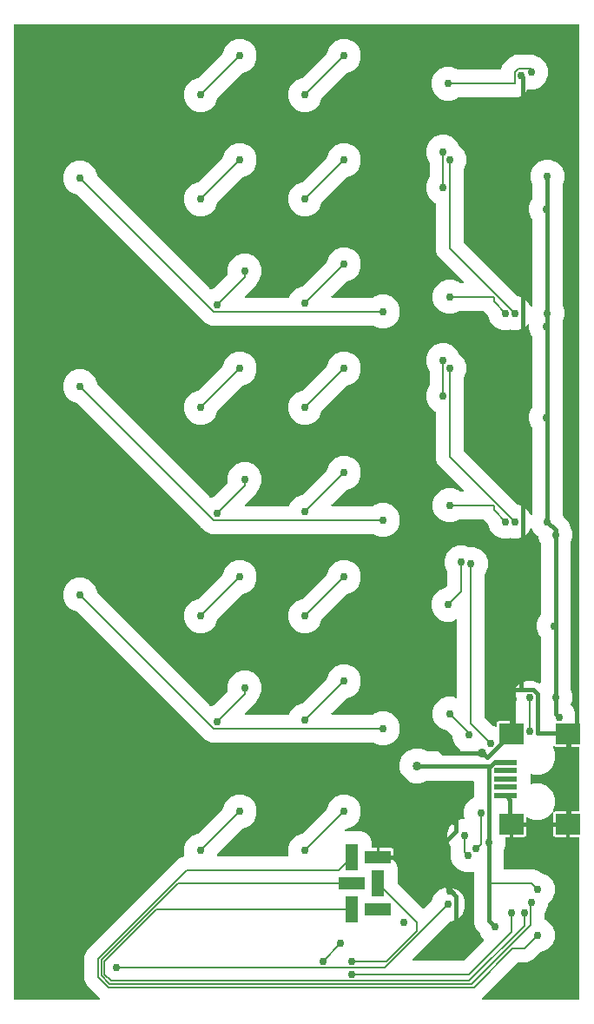
<source format=gbr>
G04 EAGLE Gerber RS-274X export*
G75*
%MOMM*%
%FSLAX34Y34*%
%LPD*%
%INBottom Copper*%
%IPPOS*%
%AMOC8*
5,1,8,0,0,1.08239X$1,22.5*%
G01*
%ADD10R,2.400000X2.000000*%
%ADD11R,2.308000X0.500000*%
%ADD12R,1.270000X2.540000*%
%ADD13R,2.540000X1.270000*%
%ADD14C,0.381000*%
%ADD15C,0.756400*%
%ADD16C,0.856400*%
%ADD17C,0.152400*%

G36*
X122210Y51574D02*
X122210Y51574D01*
X122282Y51576D01*
X122331Y51594D01*
X122382Y51602D01*
X122445Y51636D01*
X122513Y51661D01*
X122553Y51693D01*
X122599Y51718D01*
X122649Y51770D01*
X122705Y51814D01*
X122733Y51858D01*
X122769Y51896D01*
X122799Y51961D01*
X122838Y52021D01*
X122850Y52072D01*
X122872Y52119D01*
X122880Y52190D01*
X122898Y52260D01*
X122894Y52312D01*
X122899Y52363D01*
X122884Y52434D01*
X122879Y52505D01*
X122858Y52553D01*
X122847Y52604D01*
X122810Y52665D01*
X122782Y52731D01*
X122738Y52787D01*
X122721Y52815D01*
X122703Y52830D01*
X122677Y52862D01*
X113385Y62155D01*
X109491Y66049D01*
X107441Y70997D01*
X107441Y94103D01*
X109491Y99051D01*
X199653Y189213D01*
X204354Y191161D01*
X204371Y191171D01*
X204390Y191177D01*
X204475Y191236D01*
X204563Y191290D01*
X204576Y191306D01*
X204593Y191317D01*
X204654Y191400D01*
X204720Y191480D01*
X204727Y191498D01*
X204739Y191514D01*
X204771Y191613D01*
X204808Y191709D01*
X204809Y191729D01*
X204815Y191748D01*
X204814Y191851D01*
X204819Y191955D01*
X204813Y191974D01*
X204813Y191994D01*
X204766Y192155D01*
X204180Y193571D01*
X204180Y200129D01*
X206689Y206187D01*
X211326Y210823D01*
X217384Y213333D01*
X217791Y213333D01*
X217881Y213347D01*
X217972Y213355D01*
X218002Y213367D01*
X218033Y213372D01*
X218114Y213415D01*
X218198Y213451D01*
X218230Y213477D01*
X218251Y213488D01*
X218273Y213511D01*
X218329Y213556D01*
X242057Y237283D01*
X242110Y237357D01*
X242169Y237427D01*
X242182Y237457D01*
X242200Y237483D01*
X242227Y237570D01*
X242261Y237655D01*
X242266Y237696D01*
X242273Y237718D01*
X242272Y237750D01*
X242280Y237822D01*
X242280Y238229D01*
X244789Y244287D01*
X249426Y248923D01*
X255484Y251433D01*
X262041Y251433D01*
X268099Y248923D01*
X272736Y244287D01*
X275245Y238229D01*
X275245Y231671D01*
X272736Y225613D01*
X268099Y220977D01*
X262041Y218467D01*
X261634Y218467D01*
X261544Y218453D01*
X261453Y218445D01*
X261423Y218433D01*
X261392Y218428D01*
X261311Y218385D01*
X261227Y218349D01*
X261195Y218323D01*
X261174Y218312D01*
X261152Y218289D01*
X261096Y218244D01*
X237368Y194517D01*
X237315Y194443D01*
X237256Y194373D01*
X237243Y194343D01*
X237225Y194317D01*
X237198Y194230D01*
X237164Y194145D01*
X237159Y194104D01*
X237152Y194082D01*
X237153Y194050D01*
X237145Y193978D01*
X237145Y193571D01*
X236625Y192315D01*
X236614Y192271D01*
X236595Y192229D01*
X236587Y192152D01*
X236569Y192076D01*
X236573Y192030D01*
X236568Y191985D01*
X236585Y191908D01*
X236592Y191831D01*
X236611Y191789D01*
X236620Y191744D01*
X236660Y191677D01*
X236692Y191606D01*
X236723Y191572D01*
X236746Y191533D01*
X236806Y191482D01*
X236858Y191425D01*
X236898Y191403D01*
X236933Y191373D01*
X237006Y191344D01*
X237074Y191307D01*
X237119Y191298D01*
X237162Y191281D01*
X237297Y191266D01*
X237316Y191263D01*
X237321Y191264D01*
X237328Y191263D01*
X305597Y191263D01*
X305642Y191270D01*
X305688Y191268D01*
X305763Y191290D01*
X305840Y191302D01*
X305880Y191324D01*
X305924Y191337D01*
X305988Y191381D01*
X306057Y191418D01*
X306089Y191451D01*
X306126Y191477D01*
X306173Y191539D01*
X306226Y191596D01*
X306246Y191638D01*
X306273Y191674D01*
X306297Y191748D01*
X306330Y191819D01*
X306335Y191865D01*
X306349Y191908D01*
X306348Y191986D01*
X306357Y192063D01*
X306347Y192108D01*
X306347Y192154D01*
X306309Y192286D01*
X306305Y192304D01*
X306302Y192308D01*
X306300Y192315D01*
X305780Y193571D01*
X305780Y200129D01*
X308289Y206187D01*
X312926Y210823D01*
X318984Y213333D01*
X319391Y213333D01*
X319481Y213347D01*
X319572Y213355D01*
X319602Y213367D01*
X319633Y213372D01*
X319714Y213415D01*
X319798Y213451D01*
X319830Y213477D01*
X319851Y213488D01*
X319873Y213511D01*
X319929Y213556D01*
X343657Y237283D01*
X343710Y237357D01*
X343769Y237427D01*
X343782Y237457D01*
X343800Y237483D01*
X343827Y237570D01*
X343861Y237655D01*
X343866Y237696D01*
X343873Y237718D01*
X343872Y237750D01*
X343880Y237822D01*
X343880Y238229D01*
X346389Y244287D01*
X351026Y248923D01*
X357084Y251433D01*
X363641Y251433D01*
X369699Y248923D01*
X374336Y244287D01*
X376845Y238229D01*
X376845Y231671D01*
X374336Y225613D01*
X369699Y220977D01*
X363641Y218467D01*
X363234Y218467D01*
X363144Y218453D01*
X363053Y218445D01*
X363023Y218433D01*
X362992Y218428D01*
X362911Y218385D01*
X362827Y218349D01*
X362795Y218323D01*
X362774Y218312D01*
X362752Y218289D01*
X362696Y218244D01*
X361652Y217200D01*
X361610Y217142D01*
X361561Y217090D01*
X361539Y217043D01*
X361508Y217001D01*
X361487Y216932D01*
X361457Y216867D01*
X361451Y216815D01*
X361436Y216765D01*
X361438Y216694D01*
X361430Y216623D01*
X361441Y216572D01*
X361442Y216520D01*
X361467Y216452D01*
X361482Y216382D01*
X361509Y216337D01*
X361527Y216289D01*
X361572Y216233D01*
X361608Y216171D01*
X361648Y216137D01*
X361681Y216097D01*
X361741Y216058D01*
X361795Y216011D01*
X361844Y215992D01*
X361887Y215964D01*
X361957Y215946D01*
X362023Y215919D01*
X362095Y215911D01*
X362126Y215903D01*
X362149Y215905D01*
X362190Y215901D01*
X377176Y215901D01*
X381844Y213967D01*
X385417Y210394D01*
X387351Y205726D01*
X387351Y200152D01*
X387354Y200132D01*
X387352Y200113D01*
X387374Y200011D01*
X387390Y199909D01*
X387400Y199892D01*
X387404Y199872D01*
X387457Y199783D01*
X387506Y199692D01*
X387520Y199678D01*
X387530Y199661D01*
X387609Y199594D01*
X387684Y199522D01*
X387702Y199514D01*
X387717Y199501D01*
X387813Y199462D01*
X387907Y199419D01*
X387927Y199417D01*
X387945Y199409D01*
X388112Y199391D01*
X392177Y199391D01*
X392177Y191262D01*
X392180Y191242D01*
X392178Y191223D01*
X392200Y191121D01*
X392217Y191019D01*
X392226Y191002D01*
X392230Y190982D01*
X392283Y190893D01*
X392332Y190802D01*
X392346Y190788D01*
X392356Y190771D01*
X392435Y190704D01*
X392510Y190633D01*
X392528Y190624D01*
X392543Y190611D01*
X392639Y190572D01*
X392733Y190529D01*
X392753Y190527D01*
X392771Y190519D01*
X392938Y190501D01*
X394462Y190501D01*
X394482Y190504D01*
X394501Y190502D01*
X394603Y190524D01*
X394705Y190541D01*
X394722Y190550D01*
X394742Y190554D01*
X394831Y190607D01*
X394922Y190656D01*
X394936Y190670D01*
X394953Y190680D01*
X395020Y190759D01*
X395091Y190834D01*
X395100Y190852D01*
X395113Y190867D01*
X395152Y190963D01*
X395195Y191057D01*
X395197Y191077D01*
X395205Y191095D01*
X395223Y191262D01*
X395223Y199391D01*
X406734Y199391D01*
X407381Y199218D01*
X407960Y198883D01*
X408433Y198410D01*
X408768Y197831D01*
X408941Y197184D01*
X408941Y192023D01*
X402728Y192023D01*
X402632Y192007D01*
X402535Y191998D01*
X402511Y191988D01*
X402485Y191983D01*
X402399Y191938D01*
X402310Y191898D01*
X402291Y191881D01*
X402268Y191868D01*
X402201Y191798D01*
X402129Y191732D01*
X402116Y191709D01*
X402098Y191690D01*
X402057Y191602D01*
X402010Y191516D01*
X402006Y191491D01*
X401995Y191467D01*
X401984Y191370D01*
X401967Y191274D01*
X401970Y191248D01*
X401968Y191222D01*
X401988Y191127D01*
X402002Y191031D01*
X402014Y191008D01*
X402020Y190982D01*
X402070Y190899D01*
X402114Y190812D01*
X402133Y190793D01*
X402146Y190771D01*
X402220Y190708D01*
X402290Y190639D01*
X402318Y190624D01*
X402333Y190611D01*
X402364Y190599D01*
X402437Y190559D01*
X406116Y189035D01*
X406179Y189020D01*
X406240Y188995D01*
X406323Y188986D01*
X406355Y188979D01*
X406374Y188980D01*
X406407Y188977D01*
X408941Y188977D01*
X408941Y187186D01*
X408955Y187096D01*
X408963Y187005D01*
X408975Y186975D01*
X408980Y186943D01*
X409023Y186863D01*
X409059Y186779D01*
X409085Y186747D01*
X409096Y186726D01*
X409119Y186704D01*
X409164Y186648D01*
X410817Y184994D01*
X412751Y180326D01*
X412751Y165404D01*
X412765Y165314D01*
X412773Y165223D01*
X412785Y165193D01*
X412790Y165161D01*
X412833Y165080D01*
X412869Y164996D01*
X412895Y164964D01*
X412906Y164944D01*
X412929Y164921D01*
X412974Y164865D01*
X437612Y140227D01*
X437628Y140216D01*
X437640Y140200D01*
X437728Y140144D01*
X437811Y140084D01*
X437830Y140078D01*
X437847Y140067D01*
X437948Y140042D01*
X438047Y140012D01*
X438066Y140012D01*
X438086Y140007D01*
X438189Y140015D01*
X438292Y140018D01*
X438311Y140025D01*
X438331Y140026D01*
X438426Y140067D01*
X438523Y140102D01*
X438539Y140115D01*
X438557Y140123D01*
X438688Y140227D01*
X445257Y146796D01*
X445310Y146870D01*
X445369Y146939D01*
X445382Y146970D01*
X445400Y146996D01*
X445427Y147083D01*
X445461Y147168D01*
X445466Y147208D01*
X445473Y147231D01*
X445472Y147263D01*
X445480Y147334D01*
X445480Y147741D01*
X447989Y153799D01*
X452626Y158436D01*
X458684Y160945D01*
X465241Y160945D01*
X471299Y158436D01*
X475936Y153799D01*
X478445Y147741D01*
X478445Y141184D01*
X475936Y135126D01*
X471299Y130489D01*
X465241Y127980D01*
X464834Y127980D01*
X464744Y127965D01*
X464653Y127958D01*
X464623Y127945D01*
X464592Y127940D01*
X464511Y127897D01*
X464427Y127862D01*
X464395Y127836D01*
X464374Y127825D01*
X464352Y127802D01*
X464296Y127757D01*
X427501Y90962D01*
X427460Y90904D01*
X427410Y90852D01*
X427388Y90805D01*
X427358Y90763D01*
X427337Y90694D01*
X427307Y90629D01*
X427301Y90577D01*
X427286Y90527D01*
X427287Y90456D01*
X427279Y90385D01*
X427291Y90334D01*
X427292Y90282D01*
X427317Y90214D01*
X427332Y90144D01*
X427358Y90099D01*
X427376Y90051D01*
X427421Y89995D01*
X427458Y89933D01*
X427497Y89899D01*
X427530Y89859D01*
X427590Y89820D01*
X427645Y89773D01*
X427693Y89754D01*
X427737Y89726D01*
X427806Y89708D01*
X427873Y89681D01*
X427944Y89673D01*
X427975Y89665D01*
X427999Y89667D01*
X428040Y89663D01*
X476708Y89663D01*
X476798Y89677D01*
X476889Y89685D01*
X476919Y89697D01*
X476951Y89702D01*
X477032Y89745D01*
X477116Y89781D01*
X477148Y89807D01*
X477168Y89818D01*
X477191Y89841D01*
X477247Y89886D01*
X496606Y109245D01*
X496617Y109261D01*
X496633Y109274D01*
X496689Y109361D01*
X496749Y109445D01*
X496755Y109464D01*
X496766Y109481D01*
X496791Y109581D01*
X496822Y109680D01*
X496821Y109700D01*
X496826Y109719D01*
X496818Y109822D01*
X496815Y109926D01*
X496808Y109944D01*
X496807Y109964D01*
X496767Y110059D01*
X496731Y110157D01*
X496718Y110172D01*
X496711Y110191D01*
X496606Y110322D01*
X494027Y112901D01*
X492208Y117292D01*
X492173Y117348D01*
X492147Y117408D01*
X492095Y117473D01*
X492078Y117501D01*
X492063Y117514D01*
X492043Y117539D01*
X489268Y120314D01*
X487044Y125682D01*
X487044Y175606D01*
X487037Y175651D01*
X487039Y175697D01*
X487017Y175772D01*
X487005Y175849D01*
X486983Y175889D01*
X486970Y175933D01*
X486926Y175997D01*
X486889Y176066D01*
X486856Y176098D01*
X486830Y176135D01*
X486768Y176182D01*
X486711Y176235D01*
X486669Y176255D01*
X486633Y176282D01*
X486559Y176306D01*
X486488Y176339D01*
X486442Y176344D01*
X486399Y176358D01*
X486321Y176358D01*
X486244Y176366D01*
X486199Y176356D01*
X486153Y176356D01*
X486021Y176318D01*
X486003Y176314D01*
X485999Y176311D01*
X485992Y176309D01*
X484291Y175605D01*
X477734Y175605D01*
X471676Y178114D01*
X467039Y182751D01*
X464530Y188809D01*
X464530Y192059D01*
X464519Y192124D01*
X464519Y192189D01*
X464495Y192269D01*
X464490Y192302D01*
X464481Y192319D01*
X464472Y192350D01*
X464375Y192585D01*
X464375Y200975D01*
X464360Y201065D01*
X464353Y201156D01*
X464340Y201186D01*
X464335Y201218D01*
X464292Y201298D01*
X464257Y201382D01*
X464231Y201414D01*
X464220Y201435D01*
X464197Y201457D01*
X464152Y201513D01*
X463864Y201801D01*
X461355Y207859D01*
X461355Y214416D01*
X463864Y220474D01*
X468501Y225111D01*
X474559Y227620D01*
X477111Y227620D01*
X477156Y227628D01*
X477202Y227626D01*
X477277Y227647D01*
X477354Y227660D01*
X477394Y227681D01*
X477438Y227694D01*
X477502Y227739D01*
X477571Y227775D01*
X477603Y227808D01*
X477640Y227835D01*
X477687Y227897D01*
X477740Y227953D01*
X477760Y227995D01*
X477787Y228032D01*
X477811Y228106D01*
X477844Y228176D01*
X477849Y228222D01*
X477863Y228266D01*
X477863Y228344D01*
X477871Y228421D01*
X477861Y228466D01*
X477861Y228512D01*
X477823Y228643D01*
X477819Y228661D01*
X477816Y228666D01*
X477814Y228673D01*
X477230Y230084D01*
X477230Y236641D01*
X479739Y242699D01*
X484376Y247336D01*
X486574Y248247D01*
X486674Y248308D01*
X486774Y248368D01*
X486778Y248373D01*
X486783Y248376D01*
X486858Y248466D01*
X486934Y248555D01*
X486936Y248561D01*
X486940Y248566D01*
X486982Y248674D01*
X487026Y248783D01*
X487027Y248791D01*
X487028Y248795D01*
X487029Y248814D01*
X487044Y248950D01*
X487044Y264033D01*
X487041Y264053D01*
X487043Y264072D01*
X487021Y264174D01*
X487005Y264276D01*
X486995Y264293D01*
X486991Y264313D01*
X486938Y264402D01*
X486889Y264493D01*
X486875Y264507D01*
X486865Y264524D01*
X486786Y264591D01*
X486711Y264663D01*
X486693Y264671D01*
X486678Y264684D01*
X486582Y264723D01*
X486488Y264766D01*
X486468Y264768D01*
X486450Y264776D01*
X486283Y264794D01*
X441068Y264794D01*
X441003Y264784D01*
X440938Y264783D01*
X440858Y264760D01*
X440825Y264755D01*
X440808Y264745D01*
X440777Y264736D01*
X435178Y262417D01*
X428422Y262417D01*
X422180Y265003D01*
X417403Y269780D01*
X414817Y276022D01*
X414817Y282778D01*
X417403Y289020D01*
X422180Y293797D01*
X428422Y296383D01*
X435178Y296383D01*
X440777Y294064D01*
X440841Y294049D01*
X440901Y294024D01*
X440984Y294015D01*
X441016Y294008D01*
X441036Y294009D01*
X441068Y294006D01*
X473259Y294006D01*
X473355Y294021D01*
X473452Y294031D01*
X473476Y294041D01*
X473502Y294045D01*
X473588Y294091D01*
X473677Y294131D01*
X473696Y294148D01*
X473719Y294161D01*
X473786Y294231D01*
X473858Y294297D01*
X473870Y294320D01*
X473888Y294339D01*
X473930Y294427D01*
X473976Y294513D01*
X473981Y294538D01*
X473992Y294562D01*
X474003Y294659D01*
X474020Y294755D01*
X474016Y294781D01*
X474019Y294806D01*
X473998Y294902D01*
X473984Y294998D01*
X473972Y295021D01*
X473967Y295047D01*
X473917Y295130D01*
X473873Y295217D01*
X473854Y295236D01*
X473841Y295258D01*
X473767Y295321D01*
X473697Y295389D01*
X473669Y295405D01*
X473654Y295418D01*
X473623Y295430D01*
X473550Y295470D01*
X473263Y295589D01*
X468627Y300226D01*
X466117Y306284D01*
X466117Y308278D01*
X466103Y308368D01*
X466095Y308459D01*
X466083Y308489D01*
X466078Y308521D01*
X466035Y308602D01*
X465999Y308686D01*
X465973Y308718D01*
X465962Y308738D01*
X465939Y308761D01*
X465894Y308817D01*
X461217Y313494D01*
X461143Y313547D01*
X461073Y313607D01*
X461043Y313619D01*
X461017Y313638D01*
X460930Y313665D01*
X460845Y313699D01*
X460804Y313703D01*
X460782Y313710D01*
X460750Y313709D01*
X460678Y313717D01*
X460271Y313717D01*
X454213Y316227D01*
X449577Y320863D01*
X447067Y326921D01*
X447067Y333479D01*
X449577Y339537D01*
X454213Y344173D01*
X460271Y346683D01*
X466829Y346683D01*
X469672Y345505D01*
X469717Y345494D01*
X469759Y345475D01*
X469836Y345466D01*
X469912Y345449D01*
X469957Y345453D01*
X470003Y345448D01*
X470079Y345464D01*
X470157Y345472D01*
X470198Y345490D01*
X470243Y345500D01*
X470310Y345540D01*
X470381Y345572D01*
X470415Y345603D01*
X470454Y345626D01*
X470505Y345685D01*
X470562Y345738D01*
X470585Y345778D01*
X470614Y345813D01*
X470643Y345886D01*
X470681Y345954D01*
X470689Y345999D01*
X470706Y346041D01*
X470721Y346177D01*
X470725Y346196D01*
X470724Y346201D01*
X470725Y346208D01*
X470725Y421212D01*
X470717Y421257D01*
X470719Y421303D01*
X470698Y421378D01*
X470685Y421455D01*
X470664Y421495D01*
X470651Y421539D01*
X470606Y421603D01*
X470570Y421672D01*
X470537Y421704D01*
X470511Y421741D01*
X470448Y421788D01*
X470392Y421841D01*
X470350Y421861D01*
X470313Y421888D01*
X470239Y421912D01*
X470169Y421945D01*
X470123Y421950D01*
X470079Y421964D01*
X470001Y421964D01*
X469924Y421972D01*
X469879Y421962D01*
X469833Y421962D01*
X469702Y421924D01*
X469684Y421920D01*
X469679Y421917D01*
X469672Y421915D01*
X465241Y420080D01*
X458684Y420080D01*
X452626Y422589D01*
X447989Y427226D01*
X445480Y433284D01*
X445480Y439841D01*
X447989Y445899D01*
X452626Y450536D01*
X458684Y453045D01*
X459091Y453045D01*
X459181Y453060D01*
X459272Y453067D01*
X459302Y453080D01*
X459333Y453085D01*
X459414Y453128D01*
X459498Y453163D01*
X459530Y453189D01*
X459551Y453200D01*
X459573Y453223D01*
X459629Y453268D01*
X460977Y454616D01*
X461030Y454690D01*
X461089Y454759D01*
X461102Y454790D01*
X461120Y454816D01*
X461147Y454903D01*
X461181Y454988D01*
X461186Y455028D01*
X461193Y455051D01*
X461192Y455083D01*
X461200Y455154D01*
X461200Y467675D01*
X461185Y467765D01*
X461178Y467856D01*
X461165Y467886D01*
X461160Y467918D01*
X461117Y467998D01*
X461082Y468082D01*
X461056Y468114D01*
X461045Y468135D01*
X461022Y468157D01*
X460977Y468213D01*
X460689Y468501D01*
X458180Y474559D01*
X458180Y481116D01*
X460689Y487174D01*
X465326Y491811D01*
X471384Y494320D01*
X477941Y494320D01*
X481634Y492791D01*
X481698Y492776D01*
X481758Y492751D01*
X481841Y492742D01*
X481873Y492735D01*
X481893Y492736D01*
X481925Y492733D01*
X487466Y492733D01*
X493524Y490223D01*
X498161Y485587D01*
X500670Y479529D01*
X500670Y472971D01*
X498161Y466913D01*
X497873Y466626D01*
X497820Y466552D01*
X497761Y466482D01*
X497748Y466452D01*
X497730Y466426D01*
X497703Y466339D01*
X497669Y466254D01*
X497664Y466213D01*
X497657Y466191D01*
X497658Y466159D01*
X497650Y466087D01*
X497650Y326567D01*
X497665Y326477D01*
X497672Y326386D01*
X497685Y326356D01*
X497690Y326324D01*
X497733Y326243D01*
X497768Y326159D01*
X497794Y326127D01*
X497805Y326107D01*
X497828Y326084D01*
X497873Y326028D01*
X505571Y318331D01*
X505645Y318278D01*
X505714Y318218D01*
X505744Y318206D01*
X505771Y318187D01*
X505858Y318160D01*
X505943Y318126D01*
X505983Y318122D01*
X506006Y318115D01*
X506038Y318116D01*
X506109Y318108D01*
X506516Y318108D01*
X508207Y317407D01*
X508251Y317397D01*
X508293Y317378D01*
X508370Y317369D01*
X508446Y317351D01*
X508492Y317356D01*
X508537Y317351D01*
X508614Y317367D01*
X508691Y317374D01*
X508733Y317393D01*
X508778Y317403D01*
X508845Y317443D01*
X508916Y317474D01*
X508950Y317505D01*
X508989Y317529D01*
X509040Y317588D01*
X509097Y317641D01*
X509119Y317681D01*
X509149Y317716D01*
X509178Y317788D01*
X509215Y317856D01*
X509224Y317901D01*
X509241Y317944D01*
X509256Y318080D01*
X509259Y318098D01*
X509258Y318103D01*
X509259Y318111D01*
X509259Y321034D01*
X509432Y321681D01*
X509767Y322260D01*
X510240Y322733D01*
X510819Y323068D01*
X511466Y323241D01*
X522277Y323241D01*
X522277Y311462D01*
X522280Y311442D01*
X522278Y311423D01*
X522300Y311321D01*
X522317Y311219D01*
X522326Y311202D01*
X522330Y311182D01*
X522383Y311093D01*
X522432Y311002D01*
X522446Y310988D01*
X522456Y310971D01*
X522535Y310904D01*
X522610Y310833D01*
X522628Y310824D01*
X522643Y310811D01*
X522739Y310772D01*
X522833Y310729D01*
X522853Y310727D01*
X522871Y310719D01*
X523038Y310701D01*
X524094Y310701D01*
X524113Y310704D01*
X524133Y310702D01*
X524234Y310724D01*
X524336Y310741D01*
X524354Y310750D01*
X524373Y310754D01*
X524462Y310807D01*
X524554Y310856D01*
X524567Y310870D01*
X524584Y310880D01*
X524652Y310959D01*
X524723Y311034D01*
X524731Y311052D01*
X524744Y311067D01*
X524783Y311163D01*
X524827Y311257D01*
X524829Y311277D01*
X524836Y311295D01*
X524855Y311462D01*
X524855Y316016D01*
X525265Y317007D01*
X525280Y317071D01*
X525305Y317132D01*
X525314Y317214D01*
X525321Y317247D01*
X525320Y317266D01*
X525323Y317298D01*
X525323Y323241D01*
X527114Y323241D01*
X527133Y323244D01*
X527153Y323242D01*
X527254Y323264D01*
X527356Y323280D01*
X527374Y323290D01*
X527393Y323294D01*
X527482Y323347D01*
X527574Y323396D01*
X527587Y323410D01*
X527604Y323420D01*
X527672Y323499D01*
X527743Y323574D01*
X527751Y323592D01*
X527764Y323607D01*
X527803Y323703D01*
X527847Y323797D01*
X527849Y323817D01*
X527856Y323835D01*
X527875Y324002D01*
X527875Y335912D01*
X527860Y336002D01*
X527853Y336093D01*
X527840Y336123D01*
X527835Y336155D01*
X527792Y336236D01*
X527757Y336320D01*
X527731Y336352D01*
X527720Y336372D01*
X527697Y336395D01*
X527652Y336451D01*
X527364Y336738D01*
X524855Y342796D01*
X524855Y349354D01*
X527364Y355412D01*
X532001Y360048D01*
X538059Y362558D01*
X544616Y362558D01*
X550674Y360048D01*
X550832Y359890D01*
X550890Y359849D01*
X550942Y359799D01*
X550990Y359777D01*
X551032Y359747D01*
X551101Y359726D01*
X551166Y359696D01*
X551217Y359690D01*
X551267Y359674D01*
X551339Y359676D01*
X551410Y359668D01*
X551461Y359679D01*
X551513Y359681D01*
X551580Y359705D01*
X551650Y359721D01*
X551695Y359747D01*
X551744Y359765D01*
X551800Y359810D01*
X551861Y359847D01*
X551895Y359886D01*
X551936Y359919D01*
X551975Y359979D01*
X552021Y360034D01*
X552041Y360082D01*
X552069Y360126D01*
X552086Y360195D01*
X552113Y360262D01*
X552121Y360333D01*
X552129Y360364D01*
X552127Y360388D01*
X552132Y360429D01*
X552132Y405318D01*
X552117Y405408D01*
X552110Y405499D01*
X552097Y405529D01*
X552092Y405561D01*
X552049Y405641D01*
X552014Y405725D01*
X551988Y405757D01*
X551977Y405778D01*
X551954Y405800D01*
X551909Y405856D01*
X551177Y406588D01*
X548667Y412646D01*
X548667Y419204D01*
X551177Y425262D01*
X551909Y425994D01*
X551962Y426068D01*
X552021Y426137D01*
X552033Y426167D01*
X552052Y426194D01*
X552079Y426281D01*
X552113Y426365D01*
X552118Y426406D01*
X552125Y426429D01*
X552124Y426461D01*
X552132Y426532D01*
X552132Y496864D01*
X552121Y496928D01*
X552121Y496994D01*
X552097Y497074D01*
X552092Y497106D01*
X552083Y497123D01*
X552074Y497155D01*
X550255Y501546D01*
X550255Y502715D01*
X550236Y502829D01*
X550219Y502946D01*
X550216Y502952D01*
X550215Y502958D01*
X550161Y503060D01*
X550107Y503165D01*
X550103Y503170D01*
X550100Y503175D01*
X550015Y503256D01*
X549932Y503338D01*
X549925Y503341D01*
X549922Y503345D01*
X549905Y503353D01*
X549785Y503418D01*
X549463Y503552D01*
X544827Y508188D01*
X543628Y511081D01*
X543590Y511142D01*
X543561Y511208D01*
X543526Y511246D01*
X543499Y511290D01*
X543443Y511336D01*
X543395Y511389D01*
X543349Y511414D01*
X543309Y511447D01*
X543242Y511473D01*
X543179Y511507D01*
X543128Y511517D01*
X543080Y511535D01*
X543008Y511538D01*
X542937Y511551D01*
X542886Y511544D01*
X542834Y511546D01*
X542765Y511526D01*
X542694Y511515D01*
X542648Y511492D01*
X542598Y511477D01*
X542539Y511436D01*
X542475Y511404D01*
X542438Y511367D01*
X542396Y511337D01*
X542353Y511279D01*
X542303Y511228D01*
X542268Y511165D01*
X542249Y511140D01*
X542242Y511117D01*
X542222Y511081D01*
X541023Y508188D01*
X536387Y503552D01*
X530329Y501042D01*
X523771Y501042D01*
X522579Y501536D01*
X522490Y501557D01*
X522403Y501585D01*
X522371Y501585D01*
X522339Y501592D01*
X522249Y501584D01*
X522157Y501583D01*
X522118Y501572D01*
X522094Y501569D01*
X522065Y501556D01*
X521996Y501536D01*
X520804Y501042D01*
X514246Y501042D01*
X508188Y503552D01*
X503552Y508188D01*
X501042Y514246D01*
X501042Y514653D01*
X501028Y514743D01*
X501020Y514834D01*
X501008Y514864D01*
X501003Y514896D01*
X500960Y514977D01*
X500924Y515061D01*
X500898Y515093D01*
X500887Y515113D01*
X500864Y515136D01*
X500819Y515192D01*
X496297Y519714D01*
X496223Y519767D01*
X496153Y519827D01*
X496123Y519839D01*
X496097Y519858D01*
X496010Y519885D01*
X495925Y519919D01*
X495884Y519923D01*
X495862Y519930D01*
X495830Y519929D01*
X495758Y519937D01*
X473713Y519937D01*
X473623Y519923D01*
X473532Y519915D01*
X473502Y519903D01*
X473470Y519898D01*
X473389Y519855D01*
X473305Y519819D01*
X473273Y519793D01*
X473253Y519782D01*
X473230Y519759D01*
X473174Y519714D01*
X472887Y519427D01*
X466829Y516917D01*
X460271Y516917D01*
X454213Y519427D01*
X449577Y524063D01*
X447067Y530121D01*
X447067Y536679D01*
X449577Y542737D01*
X454213Y547373D01*
X460271Y549883D01*
X466829Y549883D01*
X472887Y547373D01*
X473174Y547086D01*
X473248Y547033D01*
X473318Y546973D01*
X473348Y546961D01*
X473374Y546942D01*
X473461Y546915D01*
X473546Y546881D01*
X473587Y546877D01*
X473609Y546870D01*
X473641Y546871D01*
X473713Y546863D01*
X476835Y546863D01*
X476906Y546874D01*
X476978Y546876D01*
X477027Y546894D01*
X477078Y546902D01*
X477141Y546936D01*
X477209Y546961D01*
X477249Y546993D01*
X477295Y547018D01*
X477345Y547070D01*
X477401Y547114D01*
X477429Y547158D01*
X477465Y547196D01*
X477495Y547261D01*
X477534Y547321D01*
X477546Y547372D01*
X477568Y547419D01*
X477576Y547490D01*
X477594Y547560D01*
X477590Y547612D01*
X477596Y547663D01*
X477580Y547734D01*
X477575Y547805D01*
X477554Y547853D01*
X477543Y547904D01*
X477506Y547965D01*
X477478Y548031D01*
X477434Y548087D01*
X477417Y548115D01*
X477399Y548130D01*
X477374Y548162D01*
X456031Y569505D01*
X452137Y573399D01*
X450087Y578347D01*
X450087Y624359D01*
X450068Y624474D01*
X450051Y624590D01*
X450049Y624596D01*
X450048Y624602D01*
X449993Y624705D01*
X449940Y624809D01*
X449935Y624814D01*
X449932Y624819D01*
X449848Y624899D01*
X449764Y624982D01*
X449758Y624985D01*
X449754Y624989D01*
X449737Y624997D01*
X449617Y625063D01*
X447863Y625789D01*
X443227Y630426D01*
X440717Y636484D01*
X440717Y643041D01*
X443227Y649099D01*
X443514Y649387D01*
X443559Y649449D01*
X443586Y649477D01*
X443590Y649488D01*
X443627Y649530D01*
X443639Y649560D01*
X443658Y649587D01*
X443685Y649674D01*
X443719Y649758D01*
X443723Y649799D01*
X443730Y649822D01*
X443729Y649854D01*
X443737Y649925D01*
X443737Y664525D01*
X443723Y664615D01*
X443715Y664706D01*
X443703Y664736D01*
X443698Y664768D01*
X443655Y664848D01*
X443619Y664932D01*
X443593Y664964D01*
X443582Y664985D01*
X443559Y665007D01*
X443514Y665063D01*
X443227Y665351D01*
X440717Y671409D01*
X440717Y677966D01*
X443227Y684024D01*
X447863Y688661D01*
X453921Y691170D01*
X460479Y691170D01*
X466537Y688661D01*
X471173Y684024D01*
X472348Y681188D01*
X472396Y681110D01*
X472438Y681029D01*
X472461Y681006D01*
X472478Y680979D01*
X472548Y680920D01*
X472613Y680857D01*
X472649Y680837D01*
X472667Y680822D01*
X472698Y680810D01*
X472760Y680776D01*
X472887Y680723D01*
X477523Y676087D01*
X480033Y670029D01*
X480033Y663471D01*
X477523Y657413D01*
X477236Y657126D01*
X477183Y657052D01*
X477123Y656982D01*
X477111Y656952D01*
X477092Y656926D01*
X477065Y656839D01*
X477031Y656754D01*
X477027Y656713D01*
X477020Y656691D01*
X477021Y656659D01*
X477013Y656587D01*
X477013Y586917D01*
X477027Y586827D01*
X477035Y586736D01*
X477047Y586706D01*
X477052Y586674D01*
X477095Y586593D01*
X477131Y586509D01*
X477157Y586477D01*
X477168Y586457D01*
X477191Y586434D01*
X477236Y586378D01*
X529383Y534231D01*
X529457Y534178D01*
X529527Y534118D01*
X529557Y534106D01*
X529583Y534087D01*
X529670Y534060D01*
X529755Y534026D01*
X529796Y534022D01*
X529818Y534015D01*
X529850Y534016D01*
X529922Y534008D01*
X530329Y534008D01*
X536387Y531498D01*
X541023Y526862D01*
X542222Y523969D01*
X542260Y523908D01*
X542289Y523842D01*
X542324Y523804D01*
X542351Y523760D01*
X542407Y523714D01*
X542455Y523661D01*
X542501Y523636D01*
X542541Y523603D01*
X542608Y523577D01*
X542671Y523543D01*
X542722Y523533D01*
X542770Y523515D01*
X542842Y523512D01*
X542913Y523499D01*
X542964Y523506D01*
X543016Y523504D01*
X543085Y523524D01*
X543156Y523535D01*
X543202Y523558D01*
X543252Y523573D01*
X543311Y523614D01*
X543375Y523646D01*
X543412Y523683D01*
X543454Y523713D01*
X543497Y523771D01*
X543547Y523822D01*
X543582Y523885D01*
X543601Y523910D01*
X543608Y523933D01*
X543628Y523969D01*
X544136Y525195D01*
X544151Y525259D01*
X544176Y525320D01*
X544185Y525403D01*
X544192Y525435D01*
X544191Y525454D01*
X544194Y525487D01*
X544194Y608518D01*
X544180Y608608D01*
X544172Y608699D01*
X544160Y608729D01*
X544155Y608761D01*
X544112Y608841D01*
X544076Y608925D01*
X544050Y608957D01*
X544039Y608978D01*
X544016Y609000D01*
X543971Y609056D01*
X543239Y609788D01*
X540730Y615846D01*
X540730Y622404D01*
X543239Y628462D01*
X543971Y629194D01*
X544024Y629268D01*
X544084Y629337D01*
X544096Y629367D01*
X544115Y629394D01*
X544142Y629481D01*
X544176Y629565D01*
X544180Y629606D01*
X544187Y629629D01*
X544186Y629661D01*
X544194Y629732D01*
X544194Y697418D01*
X544180Y697508D01*
X544172Y697599D01*
X544160Y697629D01*
X544155Y697661D01*
X544112Y697741D01*
X544076Y697825D01*
X544050Y697857D01*
X544039Y697878D01*
X544016Y697900D01*
X543971Y697956D01*
X543239Y698688D01*
X540730Y704746D01*
X540730Y709257D01*
X540718Y709328D01*
X540716Y709399D01*
X540698Y709448D01*
X540690Y709500D01*
X540656Y709563D01*
X540632Y709630D01*
X540599Y709671D01*
X540575Y709717D01*
X540523Y709766D01*
X540478Y709822D01*
X540434Y709851D01*
X540397Y709886D01*
X540332Y709917D01*
X540271Y709955D01*
X540221Y709968D01*
X540174Y709990D01*
X540102Y709998D01*
X540033Y710015D01*
X539981Y710011D01*
X539929Y710017D01*
X539859Y710002D01*
X539788Y709996D01*
X539740Y709976D01*
X539689Y709965D01*
X539627Y709928D01*
X539561Y709900D01*
X539505Y709855D01*
X539478Y709839D01*
X539462Y709821D01*
X539430Y709795D01*
X536387Y706752D01*
X530329Y704242D01*
X523771Y704242D01*
X522579Y704736D01*
X522490Y704757D01*
X522403Y704785D01*
X522371Y704785D01*
X522339Y704792D01*
X522249Y704784D01*
X522157Y704783D01*
X522118Y704772D01*
X522094Y704769D01*
X522065Y704756D01*
X521996Y704736D01*
X520804Y704242D01*
X514246Y704242D01*
X508188Y706752D01*
X503552Y711388D01*
X501042Y717446D01*
X501042Y717853D01*
X501028Y717943D01*
X501020Y718034D01*
X501008Y718064D01*
X501003Y718096D01*
X500960Y718177D01*
X500924Y718261D01*
X500898Y718293D01*
X500887Y718313D01*
X500864Y718336D01*
X500819Y718392D01*
X496297Y722914D01*
X496223Y722967D01*
X496153Y723027D01*
X496123Y723039D01*
X496097Y723058D01*
X496010Y723085D01*
X495925Y723119D01*
X495884Y723123D01*
X495862Y723130D01*
X495830Y723129D01*
X495758Y723137D01*
X473713Y723137D01*
X473623Y723123D01*
X473532Y723115D01*
X473502Y723103D01*
X473470Y723098D01*
X473389Y723055D01*
X473305Y723019D01*
X473273Y722993D01*
X473253Y722982D01*
X473230Y722959D01*
X473174Y722914D01*
X472887Y722627D01*
X466829Y720117D01*
X460271Y720117D01*
X454213Y722627D01*
X449577Y727263D01*
X447067Y733321D01*
X447067Y739879D01*
X449577Y745937D01*
X454213Y750573D01*
X460271Y753083D01*
X466829Y753083D01*
X472887Y750573D01*
X473174Y750286D01*
X473248Y750233D01*
X473318Y750173D01*
X473348Y750161D01*
X473374Y750142D01*
X473461Y750115D01*
X473546Y750081D01*
X473587Y750077D01*
X473609Y750070D01*
X473641Y750071D01*
X473713Y750063D01*
X476835Y750063D01*
X476906Y750074D01*
X476978Y750076D01*
X477027Y750094D01*
X477078Y750102D01*
X477141Y750136D01*
X477209Y750161D01*
X477249Y750193D01*
X477295Y750218D01*
X477345Y750270D01*
X477401Y750314D01*
X477429Y750358D01*
X477465Y750396D01*
X477495Y750461D01*
X477534Y750521D01*
X477546Y750572D01*
X477568Y750619D01*
X477576Y750690D01*
X477594Y750760D01*
X477590Y750812D01*
X477596Y750863D01*
X477580Y750934D01*
X477575Y751005D01*
X477554Y751053D01*
X477543Y751104D01*
X477506Y751165D01*
X477478Y751231D01*
X477434Y751287D01*
X477417Y751315D01*
X477399Y751330D01*
X477374Y751362D01*
X456031Y772705D01*
X452137Y776599D01*
X450087Y781547D01*
X450087Y827559D01*
X450068Y827674D01*
X450051Y827790D01*
X450049Y827796D01*
X450048Y827802D01*
X449993Y827905D01*
X449940Y828009D01*
X449935Y828014D01*
X449932Y828019D01*
X449848Y828099D01*
X449764Y828182D01*
X449758Y828185D01*
X449754Y828189D01*
X449737Y828197D01*
X449617Y828263D01*
X447863Y828989D01*
X443227Y833626D01*
X440717Y839684D01*
X440717Y846241D01*
X443227Y852299D01*
X443514Y852587D01*
X443567Y852661D01*
X443627Y852730D01*
X443639Y852760D01*
X443658Y852787D01*
X443685Y852874D01*
X443719Y852958D01*
X443723Y852999D01*
X443730Y853022D01*
X443729Y853054D01*
X443737Y853125D01*
X443737Y867725D01*
X443723Y867815D01*
X443715Y867906D01*
X443703Y867936D01*
X443698Y867968D01*
X443655Y868048D01*
X443619Y868132D01*
X443593Y868164D01*
X443582Y868185D01*
X443559Y868207D01*
X443514Y868263D01*
X443227Y868551D01*
X440717Y874609D01*
X440717Y881166D01*
X443227Y887224D01*
X447863Y891861D01*
X453921Y894370D01*
X460479Y894370D01*
X466537Y891861D01*
X471173Y887224D01*
X472348Y884388D01*
X472396Y884310D01*
X472438Y884229D01*
X472461Y884206D01*
X472478Y884179D01*
X472548Y884120D01*
X472613Y884057D01*
X472649Y884037D01*
X472667Y884022D01*
X472698Y884010D01*
X472760Y883976D01*
X472887Y883923D01*
X477523Y879287D01*
X480033Y873229D01*
X480033Y866671D01*
X477523Y860613D01*
X477236Y860326D01*
X477183Y860252D01*
X477123Y860182D01*
X477111Y860152D01*
X477092Y860126D01*
X477065Y860039D01*
X477031Y859954D01*
X477027Y859913D01*
X477020Y859891D01*
X477021Y859859D01*
X477013Y859787D01*
X477013Y790117D01*
X477027Y790027D01*
X477035Y789936D01*
X477047Y789906D01*
X477052Y789874D01*
X477095Y789793D01*
X477131Y789709D01*
X477157Y789677D01*
X477168Y789657D01*
X477191Y789634D01*
X477236Y789578D01*
X529383Y737431D01*
X529457Y737378D01*
X529527Y737318D01*
X529557Y737306D01*
X529583Y737287D01*
X529670Y737260D01*
X529755Y737226D01*
X529796Y737222D01*
X529818Y737215D01*
X529850Y737216D01*
X529922Y737208D01*
X530329Y737208D01*
X536387Y734698D01*
X541023Y730062D01*
X542222Y727169D01*
X542259Y727108D01*
X542289Y727042D01*
X542324Y727004D01*
X542351Y726960D01*
X542406Y726914D01*
X542455Y726861D01*
X542501Y726836D01*
X542541Y726803D01*
X542608Y726777D01*
X542671Y726743D01*
X542722Y726733D01*
X542770Y726715D01*
X542842Y726712D01*
X542913Y726699D01*
X542964Y726706D01*
X543016Y726704D01*
X543085Y726724D01*
X543156Y726735D01*
X543202Y726758D01*
X543252Y726773D01*
X543311Y726814D01*
X543375Y726846D01*
X543412Y726883D01*
X543454Y726913D01*
X543497Y726971D01*
X543547Y727022D01*
X543582Y727085D01*
X543601Y727110D01*
X543608Y727133D01*
X543628Y727169D01*
X544136Y728395D01*
X544151Y728459D01*
X544176Y728520D01*
X544185Y728603D01*
X544192Y728635D01*
X544191Y728654D01*
X544194Y728687D01*
X544194Y811718D01*
X544180Y811808D01*
X544172Y811899D01*
X544160Y811929D01*
X544155Y811961D01*
X544112Y812041D01*
X544076Y812125D01*
X544050Y812157D01*
X544039Y812178D01*
X544016Y812200D01*
X543971Y812256D01*
X543239Y812988D01*
X540730Y819046D01*
X540730Y825604D01*
X543239Y831662D01*
X543971Y832394D01*
X544024Y832468D01*
X544084Y832537D01*
X544096Y832567D01*
X544115Y832594D01*
X544142Y832681D01*
X544176Y832765D01*
X544180Y832806D01*
X544187Y832829D01*
X544186Y832861D01*
X544194Y832932D01*
X544194Y846114D01*
X544184Y846178D01*
X544183Y846244D01*
X544160Y846324D01*
X544155Y846356D01*
X544145Y846373D01*
X544136Y846405D01*
X542317Y850796D01*
X542317Y857354D01*
X544827Y863412D01*
X549463Y868048D01*
X555521Y870558D01*
X562079Y870558D01*
X568137Y868048D01*
X572773Y863412D01*
X575283Y857354D01*
X575283Y850796D01*
X573464Y846405D01*
X573449Y846341D01*
X573424Y846280D01*
X573415Y846197D01*
X573408Y846165D01*
X573409Y846146D01*
X573406Y846114D01*
X573406Y826454D01*
X573416Y826389D01*
X573417Y826324D01*
X573440Y826244D01*
X573445Y826211D01*
X573455Y826194D01*
X573464Y826163D01*
X573695Y825604D01*
X573695Y819046D01*
X573464Y818487D01*
X573449Y818424D01*
X573424Y818363D01*
X573415Y818280D01*
X573408Y818248D01*
X573409Y818229D01*
X573406Y818196D01*
X573406Y728687D01*
X573416Y728622D01*
X573417Y728556D01*
X573440Y728476D01*
X573445Y728444D01*
X573455Y728427D01*
X573464Y728395D01*
X575283Y724004D01*
X575283Y717446D01*
X573464Y713055D01*
X573449Y712991D01*
X573424Y712930D01*
X573415Y712847D01*
X573408Y712815D01*
X573409Y712796D01*
X573406Y712763D01*
X573406Y712154D01*
X573416Y712089D01*
X573417Y712024D01*
X573440Y711944D01*
X573445Y711911D01*
X573455Y711894D01*
X573464Y711863D01*
X573695Y711304D01*
X573695Y704746D01*
X573464Y704187D01*
X573449Y704124D01*
X573424Y704063D01*
X573415Y703980D01*
X573408Y703948D01*
X573409Y703929D01*
X573406Y703896D01*
X573406Y623254D01*
X573408Y623237D01*
X573407Y623222D01*
X573416Y623178D01*
X573417Y623124D01*
X573440Y623044D01*
X573445Y623011D01*
X573455Y622994D01*
X573464Y622963D01*
X573695Y622404D01*
X573695Y615846D01*
X573464Y615287D01*
X573449Y615224D01*
X573424Y615163D01*
X573415Y615080D01*
X573408Y615048D01*
X573409Y615029D01*
X573406Y614996D01*
X573406Y525487D01*
X573416Y525422D01*
X573417Y525356D01*
X573440Y525276D01*
X573445Y525244D01*
X573455Y525227D01*
X573464Y525195D01*
X574592Y522470D01*
X574627Y522414D01*
X574653Y522354D01*
X574705Y522289D01*
X574722Y522261D01*
X574737Y522249D01*
X574758Y522223D01*
X574904Y522077D01*
X579120Y517861D01*
X580552Y514402D01*
X580587Y514346D01*
X580613Y514286D01*
X580665Y514221D01*
X580682Y514193D01*
X580697Y514181D01*
X580709Y514165D01*
X583220Y508104D01*
X583220Y501546D01*
X581401Y497155D01*
X581392Y497117D01*
X581384Y497099D01*
X581382Y497080D01*
X581362Y497030D01*
X581353Y496947D01*
X581345Y496915D01*
X581347Y496896D01*
X581343Y496864D01*
X581343Y420054D01*
X581354Y419989D01*
X581354Y419924D01*
X581378Y419844D01*
X581383Y419811D01*
X581392Y419794D01*
X581401Y419763D01*
X581633Y419204D01*
X581633Y412646D01*
X581401Y412087D01*
X581386Y412024D01*
X581362Y411963D01*
X581353Y411880D01*
X581345Y411848D01*
X581347Y411829D01*
X581343Y411796D01*
X581343Y354037D01*
X581354Y353972D01*
X581354Y353906D01*
X581378Y353826D01*
X581383Y353794D01*
X581392Y353777D01*
X581401Y353745D01*
X583220Y349354D01*
X583220Y342796D01*
X581725Y339187D01*
X581699Y339073D01*
X581670Y338960D01*
X581670Y338954D01*
X581669Y338948D01*
X581680Y338831D01*
X581689Y338715D01*
X581692Y338709D01*
X581692Y338703D01*
X581740Y338595D01*
X581785Y338488D01*
X581790Y338483D01*
X581792Y338478D01*
X581805Y338464D01*
X581890Y338357D01*
X583886Y336362D01*
X586395Y330304D01*
X586395Y324002D01*
X586398Y323982D01*
X586396Y323963D01*
X586418Y323861D01*
X586435Y323759D01*
X586444Y323742D01*
X586449Y323722D01*
X586502Y323633D01*
X586550Y323542D01*
X586564Y323528D01*
X586575Y323511D01*
X586653Y323444D01*
X586728Y323372D01*
X586746Y323364D01*
X586762Y323351D01*
X586858Y323312D01*
X586951Y323269D01*
X586971Y323267D01*
X586990Y323259D01*
X587156Y323241D01*
X589026Y323241D01*
X589046Y323244D01*
X589065Y323242D01*
X589167Y323264D01*
X589269Y323280D01*
X589286Y323290D01*
X589306Y323294D01*
X589395Y323347D01*
X589486Y323396D01*
X589500Y323410D01*
X589517Y323420D01*
X589584Y323499D01*
X589656Y323574D01*
X589664Y323592D01*
X589677Y323607D01*
X589716Y323703D01*
X589759Y323797D01*
X589761Y323817D01*
X589769Y323835D01*
X589787Y324002D01*
X589787Y1001776D01*
X589784Y1001796D01*
X589786Y1001815D01*
X589764Y1001917D01*
X589748Y1002019D01*
X589738Y1002036D01*
X589734Y1002056D01*
X589681Y1002145D01*
X589632Y1002236D01*
X589618Y1002250D01*
X589608Y1002267D01*
X589529Y1002334D01*
X589454Y1002406D01*
X589436Y1002414D01*
X589421Y1002427D01*
X589325Y1002466D01*
X589231Y1002509D01*
X589211Y1002511D01*
X589193Y1002519D01*
X589026Y1002537D01*
X39624Y1002537D01*
X39604Y1002534D01*
X39585Y1002536D01*
X39483Y1002514D01*
X39381Y1002498D01*
X39364Y1002488D01*
X39344Y1002484D01*
X39255Y1002431D01*
X39164Y1002382D01*
X39150Y1002368D01*
X39133Y1002358D01*
X39066Y1002279D01*
X38994Y1002204D01*
X38986Y1002186D01*
X38973Y1002171D01*
X38934Y1002075D01*
X38891Y1001981D01*
X38889Y1001961D01*
X38881Y1001943D01*
X38863Y1001776D01*
X38863Y52324D01*
X38866Y52304D01*
X38864Y52285D01*
X38886Y52183D01*
X38902Y52081D01*
X38912Y52064D01*
X38916Y52044D01*
X38969Y51955D01*
X39018Y51864D01*
X39032Y51850D01*
X39042Y51833D01*
X39121Y51766D01*
X39196Y51694D01*
X39214Y51686D01*
X39229Y51673D01*
X39325Y51634D01*
X39419Y51591D01*
X39439Y51589D01*
X39457Y51581D01*
X39624Y51563D01*
X122139Y51563D01*
X122210Y51574D01*
G37*
%LPC*%
G36*
X395184Y705830D02*
X395184Y705830D01*
X389126Y708339D01*
X388838Y708627D01*
X388764Y708680D01*
X388695Y708739D01*
X388665Y708752D01*
X388638Y708770D01*
X388551Y708797D01*
X388467Y708831D01*
X388426Y708836D01*
X388403Y708843D01*
X388371Y708842D01*
X388300Y708850D01*
X230685Y708850D01*
X225736Y710899D01*
X100854Y835782D01*
X100780Y835835D01*
X100711Y835894D01*
X100680Y835907D01*
X100654Y835925D01*
X100567Y835952D01*
X100482Y835986D01*
X100442Y835991D01*
X100419Y835998D01*
X100387Y835997D01*
X100316Y836005D01*
X99909Y836005D01*
X93851Y838514D01*
X89214Y843151D01*
X86705Y849209D01*
X86705Y855766D01*
X89214Y861824D01*
X93851Y866461D01*
X99909Y868970D01*
X106466Y868970D01*
X112524Y866461D01*
X117161Y861824D01*
X119670Y855766D01*
X119670Y855359D01*
X119685Y855269D01*
X119692Y855178D01*
X119705Y855148D01*
X119710Y855117D01*
X119753Y855036D01*
X119788Y854952D01*
X119814Y854920D01*
X119825Y854899D01*
X119848Y854877D01*
X119893Y854821D01*
X230290Y744424D01*
X230384Y744357D01*
X230479Y744286D01*
X230485Y744284D01*
X230490Y744281D01*
X230601Y744246D01*
X230713Y744210D01*
X230719Y744210D01*
X230725Y744208D01*
X230842Y744211D01*
X230959Y744212D01*
X230966Y744214D01*
X230971Y744215D01*
X230988Y744221D01*
X231120Y744259D01*
X233259Y745145D01*
X233666Y745145D01*
X233756Y745160D01*
X233847Y745167D01*
X233877Y745180D01*
X233908Y745185D01*
X233989Y745228D01*
X234073Y745263D01*
X234105Y745289D01*
X234126Y745300D01*
X234148Y745323D01*
X234204Y745368D01*
X246833Y757998D01*
X246901Y758092D01*
X246971Y758186D01*
X246973Y758192D01*
X246977Y758197D01*
X247011Y758308D01*
X247048Y758420D01*
X247047Y758426D01*
X247049Y758432D01*
X247046Y758549D01*
X247045Y758666D01*
X247043Y758673D01*
X247043Y758678D01*
X247042Y758680D01*
X247042Y765279D01*
X249552Y771337D01*
X254188Y775973D01*
X260246Y778483D01*
X266804Y778483D01*
X272862Y775973D01*
X277498Y771337D01*
X280008Y765279D01*
X280008Y758721D01*
X277498Y752663D01*
X276515Y751680D01*
X276477Y751627D01*
X276431Y751580D01*
X276391Y751507D01*
X276372Y751481D01*
X276366Y751462D01*
X276350Y751433D01*
X274938Y748024D01*
X271044Y744130D01*
X263989Y737075D01*
X263947Y737017D01*
X263898Y736965D01*
X263876Y736917D01*
X263845Y736875D01*
X263824Y736807D01*
X263794Y736741D01*
X263788Y736690D01*
X263773Y736640D01*
X263775Y736568D01*
X263767Y736497D01*
X263778Y736446D01*
X263779Y736394D01*
X263804Y736327D01*
X263819Y736257D01*
X263846Y736212D01*
X263864Y736163D01*
X263909Y736107D01*
X263945Y736046D01*
X263985Y736012D01*
X264018Y735971D01*
X264078Y735932D01*
X264132Y735886D01*
X264181Y735866D01*
X264224Y735838D01*
X264294Y735821D01*
X264360Y735794D01*
X264432Y735786D01*
X264463Y735778D01*
X264486Y735780D01*
X264527Y735775D01*
X306202Y735775D01*
X306316Y735794D01*
X306433Y735811D01*
X306438Y735814D01*
X306444Y735815D01*
X306547Y735869D01*
X306652Y735923D01*
X306656Y735927D01*
X306662Y735930D01*
X306742Y736014D01*
X306824Y736098D01*
X306828Y736105D01*
X306831Y736108D01*
X306839Y736125D01*
X306905Y736245D01*
X308289Y739587D01*
X312926Y744223D01*
X318984Y746733D01*
X319391Y746733D01*
X319481Y746747D01*
X319572Y746755D01*
X319602Y746767D01*
X319633Y746772D01*
X319714Y746815D01*
X319798Y746851D01*
X319830Y746877D01*
X319851Y746888D01*
X319873Y746911D01*
X319929Y746956D01*
X343657Y770683D01*
X343710Y770757D01*
X343769Y770827D01*
X343782Y770857D01*
X343800Y770883D01*
X343827Y770970D01*
X343861Y771055D01*
X343866Y771096D01*
X343873Y771118D01*
X343872Y771150D01*
X343880Y771222D01*
X343880Y771629D01*
X346389Y777687D01*
X351026Y782323D01*
X357084Y784833D01*
X363641Y784833D01*
X369699Y782323D01*
X374336Y777687D01*
X376845Y771629D01*
X376845Y765071D01*
X374336Y759013D01*
X369699Y754377D01*
X363641Y751867D01*
X363234Y751867D01*
X363144Y751853D01*
X363053Y751845D01*
X363023Y751833D01*
X362992Y751828D01*
X362911Y751785D01*
X362827Y751749D01*
X362795Y751723D01*
X362774Y751712D01*
X362752Y751689D01*
X362696Y751644D01*
X348126Y737075D01*
X348085Y737017D01*
X348035Y736965D01*
X348013Y736917D01*
X347983Y736875D01*
X347962Y736807D01*
X347932Y736741D01*
X347926Y736690D01*
X347911Y736640D01*
X347912Y736568D01*
X347904Y736497D01*
X347916Y736446D01*
X347917Y736394D01*
X347942Y736327D01*
X347957Y736257D01*
X347983Y736212D01*
X348001Y736163D01*
X348046Y736107D01*
X348083Y736046D01*
X348122Y736012D01*
X348155Y735971D01*
X348215Y735932D01*
X348270Y735886D01*
X348318Y735866D01*
X348362Y735838D01*
X348431Y735821D01*
X348498Y735794D01*
X348569Y735786D01*
X348600Y735778D01*
X348624Y735780D01*
X348665Y735775D01*
X388300Y735775D01*
X388390Y735790D01*
X388481Y735797D01*
X388511Y735810D01*
X388543Y735815D01*
X388623Y735858D01*
X388707Y735893D01*
X388739Y735919D01*
X388760Y735930D01*
X388782Y735953D01*
X388838Y735998D01*
X389126Y736286D01*
X395184Y738795D01*
X401741Y738795D01*
X407799Y736286D01*
X412436Y731649D01*
X414945Y725591D01*
X414945Y719034D01*
X412436Y712976D01*
X407799Y708339D01*
X401741Y705830D01*
X395184Y705830D01*
G37*
%LPD*%
%LPC*%
G36*
X395184Y299430D02*
X395184Y299430D01*
X389126Y301939D01*
X388838Y302227D01*
X388764Y302280D01*
X388695Y302339D01*
X388665Y302352D01*
X388638Y302370D01*
X388551Y302397D01*
X388467Y302431D01*
X388426Y302436D01*
X388403Y302443D01*
X388371Y302442D01*
X388300Y302450D01*
X230685Y302450D01*
X225736Y304499D01*
X100854Y429382D01*
X100780Y429435D01*
X100711Y429494D01*
X100680Y429507D01*
X100654Y429525D01*
X100567Y429552D01*
X100482Y429586D01*
X100442Y429591D01*
X100419Y429598D01*
X100387Y429597D01*
X100316Y429605D01*
X99909Y429605D01*
X93851Y432114D01*
X89214Y436751D01*
X86705Y442809D01*
X86705Y449366D01*
X89214Y455424D01*
X93851Y460061D01*
X99909Y462570D01*
X106466Y462570D01*
X112524Y460061D01*
X117161Y455424D01*
X119670Y449366D01*
X119670Y448959D01*
X119685Y448869D01*
X119692Y448778D01*
X119705Y448748D01*
X119710Y448717D01*
X119753Y448636D01*
X119788Y448552D01*
X119814Y448520D01*
X119825Y448499D01*
X119848Y448477D01*
X119871Y448448D01*
X119874Y448444D01*
X119876Y448442D01*
X119893Y448421D01*
X230290Y338024D01*
X230384Y337957D01*
X230479Y337886D01*
X230485Y337884D01*
X230490Y337881D01*
X230601Y337846D01*
X230713Y337810D01*
X230719Y337810D01*
X230725Y337808D01*
X230842Y337811D01*
X230959Y337812D01*
X230966Y337814D01*
X230971Y337815D01*
X230988Y337821D01*
X231120Y337859D01*
X233259Y338745D01*
X233666Y338745D01*
X233756Y338760D01*
X233847Y338767D01*
X233877Y338780D01*
X233908Y338785D01*
X233989Y338828D01*
X234073Y338863D01*
X234105Y338889D01*
X234126Y338900D01*
X234148Y338923D01*
X234204Y338968D01*
X246833Y351598D01*
X246901Y351692D01*
X246971Y351786D01*
X246973Y351792D01*
X246977Y351797D01*
X247011Y351908D01*
X247048Y352020D01*
X247047Y352026D01*
X247049Y352032D01*
X247046Y352149D01*
X247045Y352266D01*
X247043Y352273D01*
X247043Y352278D01*
X247042Y352280D01*
X247042Y358879D01*
X249552Y364937D01*
X254188Y369573D01*
X260246Y372083D01*
X266804Y372083D01*
X272862Y369573D01*
X277498Y364937D01*
X280008Y358879D01*
X280008Y352321D01*
X277498Y346263D01*
X276515Y345280D01*
X276477Y345227D01*
X276431Y345180D01*
X276391Y345107D01*
X276372Y345081D01*
X276366Y345062D01*
X276350Y345033D01*
X274938Y341624D01*
X271044Y337730D01*
X263989Y330675D01*
X263947Y330617D01*
X263898Y330565D01*
X263876Y330517D01*
X263845Y330475D01*
X263824Y330407D01*
X263794Y330341D01*
X263788Y330290D01*
X263773Y330240D01*
X263775Y330168D01*
X263767Y330097D01*
X263778Y330046D01*
X263779Y329994D01*
X263804Y329927D01*
X263819Y329857D01*
X263846Y329812D01*
X263864Y329763D01*
X263909Y329707D01*
X263945Y329646D01*
X263985Y329612D01*
X264018Y329571D01*
X264078Y329532D01*
X264132Y329486D01*
X264181Y329466D01*
X264224Y329438D01*
X264294Y329421D01*
X264360Y329394D01*
X264432Y329386D01*
X264463Y329378D01*
X264486Y329380D01*
X264527Y329375D01*
X306202Y329375D01*
X306316Y329394D01*
X306433Y329411D01*
X306438Y329414D01*
X306444Y329415D01*
X306547Y329469D01*
X306652Y329523D01*
X306656Y329527D01*
X306662Y329530D01*
X306742Y329614D01*
X306824Y329698D01*
X306828Y329705D01*
X306831Y329708D01*
X306839Y329725D01*
X306905Y329845D01*
X308289Y333187D01*
X312926Y337823D01*
X318984Y340333D01*
X319391Y340333D01*
X319481Y340347D01*
X319572Y340355D01*
X319602Y340367D01*
X319633Y340372D01*
X319714Y340415D01*
X319798Y340451D01*
X319830Y340477D01*
X319851Y340488D01*
X319873Y340511D01*
X319929Y340556D01*
X343657Y364283D01*
X343710Y364357D01*
X343769Y364427D01*
X343782Y364457D01*
X343800Y364483D01*
X343827Y364570D01*
X343861Y364655D01*
X343866Y364696D01*
X343873Y364718D01*
X343872Y364750D01*
X343880Y364822D01*
X343880Y365229D01*
X346389Y371287D01*
X351026Y375923D01*
X357084Y378433D01*
X363641Y378433D01*
X369699Y375923D01*
X374336Y371287D01*
X376845Y365229D01*
X376845Y358671D01*
X374336Y352613D01*
X369699Y347977D01*
X363641Y345467D01*
X363234Y345467D01*
X363144Y345453D01*
X363053Y345445D01*
X363023Y345433D01*
X362992Y345428D01*
X362911Y345385D01*
X362827Y345349D01*
X362795Y345323D01*
X362774Y345312D01*
X362752Y345289D01*
X362696Y345244D01*
X348126Y330675D01*
X348085Y330617D01*
X348035Y330565D01*
X348013Y330517D01*
X347983Y330475D01*
X347962Y330407D01*
X347932Y330341D01*
X347926Y330290D01*
X347911Y330240D01*
X347912Y330168D01*
X347904Y330097D01*
X347916Y330046D01*
X347917Y329994D01*
X347942Y329927D01*
X347957Y329857D01*
X347983Y329812D01*
X348001Y329763D01*
X348046Y329707D01*
X348083Y329646D01*
X348122Y329612D01*
X348155Y329571D01*
X348215Y329532D01*
X348270Y329486D01*
X348318Y329466D01*
X348362Y329438D01*
X348431Y329421D01*
X348498Y329394D01*
X348569Y329386D01*
X348600Y329378D01*
X348624Y329380D01*
X348665Y329375D01*
X388300Y329375D01*
X388390Y329390D01*
X388481Y329397D01*
X388511Y329410D01*
X388543Y329415D01*
X388623Y329458D01*
X388707Y329493D01*
X388739Y329519D01*
X388760Y329530D01*
X388782Y329553D01*
X388838Y329598D01*
X389126Y329886D01*
X395184Y332395D01*
X401741Y332395D01*
X407799Y329886D01*
X412436Y325249D01*
X414945Y319191D01*
X414945Y312634D01*
X412436Y306576D01*
X407799Y301939D01*
X401741Y299430D01*
X395184Y299430D01*
G37*
%LPD*%
%LPC*%
G36*
X395184Y502630D02*
X395184Y502630D01*
X389126Y505139D01*
X388838Y505427D01*
X388764Y505480D01*
X388695Y505539D01*
X388665Y505552D01*
X388638Y505570D01*
X388551Y505597D01*
X388467Y505631D01*
X388426Y505636D01*
X388403Y505643D01*
X388371Y505642D01*
X388300Y505650D01*
X230685Y505650D01*
X225736Y507699D01*
X221842Y511593D01*
X221842Y511594D01*
X100854Y632582D01*
X100780Y632635D01*
X100711Y632694D01*
X100680Y632707D01*
X100654Y632725D01*
X100567Y632752D01*
X100482Y632786D01*
X100442Y632791D01*
X100419Y632798D01*
X100387Y632797D01*
X100316Y632805D01*
X99909Y632805D01*
X93851Y635314D01*
X89214Y639951D01*
X86705Y646009D01*
X86705Y652566D01*
X89214Y658624D01*
X93851Y663261D01*
X99909Y665770D01*
X106466Y665770D01*
X112524Y663261D01*
X117161Y658624D01*
X119670Y652566D01*
X119670Y652159D01*
X119671Y652152D01*
X119671Y652150D01*
X119674Y652139D01*
X119685Y652069D01*
X119692Y651978D01*
X119705Y651948D01*
X119710Y651916D01*
X119753Y651836D01*
X119788Y651752D01*
X119814Y651720D01*
X119825Y651699D01*
X119848Y651677D01*
X119893Y651621D01*
X230290Y541224D01*
X230384Y541157D01*
X230479Y541086D01*
X230485Y541084D01*
X230490Y541081D01*
X230601Y541046D01*
X230713Y541010D01*
X230719Y541010D01*
X230725Y541008D01*
X230842Y541011D01*
X230959Y541012D01*
X230966Y541014D01*
X230971Y541015D01*
X230988Y541021D01*
X231120Y541059D01*
X233259Y541945D01*
X233666Y541945D01*
X233756Y541960D01*
X233847Y541967D01*
X233877Y541980D01*
X233908Y541985D01*
X233989Y542028D01*
X234073Y542063D01*
X234105Y542089D01*
X234126Y542100D01*
X234148Y542123D01*
X234204Y542168D01*
X246833Y554798D01*
X246901Y554892D01*
X246971Y554986D01*
X246973Y554992D01*
X246977Y554997D01*
X247011Y555108D01*
X247048Y555220D01*
X247047Y555226D01*
X247049Y555232D01*
X247046Y555349D01*
X247045Y555466D01*
X247043Y555473D01*
X247043Y555478D01*
X247042Y555480D01*
X247042Y562079D01*
X249552Y568137D01*
X254188Y572773D01*
X260246Y575283D01*
X266804Y575283D01*
X272862Y572773D01*
X277498Y568137D01*
X280008Y562079D01*
X280008Y555521D01*
X277498Y549463D01*
X276515Y548480D01*
X276477Y548427D01*
X276431Y548380D01*
X276391Y548307D01*
X276372Y548280D01*
X276366Y548262D01*
X276350Y548233D01*
X274938Y544824D01*
X271044Y540930D01*
X263989Y533875D01*
X263947Y533817D01*
X263898Y533765D01*
X263876Y533717D01*
X263845Y533675D01*
X263824Y533607D01*
X263794Y533541D01*
X263788Y533490D01*
X263773Y533440D01*
X263775Y533368D01*
X263767Y533297D01*
X263778Y533246D01*
X263779Y533194D01*
X263804Y533127D01*
X263819Y533057D01*
X263846Y533012D01*
X263864Y532963D01*
X263909Y532907D01*
X263945Y532846D01*
X263985Y532812D01*
X264018Y532771D01*
X264078Y532732D01*
X264132Y532686D01*
X264181Y532666D01*
X264224Y532638D01*
X264294Y532621D01*
X264360Y532594D01*
X264432Y532586D01*
X264463Y532578D01*
X264486Y532580D01*
X264527Y532575D01*
X306202Y532575D01*
X306316Y532594D01*
X306433Y532611D01*
X306438Y532614D01*
X306444Y532615D01*
X306547Y532669D01*
X306652Y532723D01*
X306656Y532727D01*
X306662Y532730D01*
X306742Y532814D01*
X306824Y532898D01*
X306828Y532905D01*
X306831Y532908D01*
X306839Y532925D01*
X306905Y533045D01*
X308289Y536387D01*
X312926Y541023D01*
X318984Y543533D01*
X319391Y543533D01*
X319481Y543547D01*
X319572Y543555D01*
X319602Y543567D01*
X319633Y543572D01*
X319714Y543615D01*
X319798Y543651D01*
X319830Y543677D01*
X319851Y543688D01*
X319873Y543711D01*
X319929Y543756D01*
X343657Y567483D01*
X343710Y567557D01*
X343769Y567627D01*
X343782Y567657D01*
X343800Y567683D01*
X343827Y567770D01*
X343861Y567855D01*
X343866Y567896D01*
X343873Y567918D01*
X343872Y567950D01*
X343880Y568022D01*
X343880Y568429D01*
X346389Y574487D01*
X351026Y579123D01*
X357084Y581633D01*
X363641Y581633D01*
X369699Y579123D01*
X374336Y574487D01*
X376845Y568429D01*
X376845Y561871D01*
X374336Y555813D01*
X369699Y551177D01*
X363641Y548667D01*
X363234Y548667D01*
X363144Y548653D01*
X363053Y548645D01*
X363023Y548633D01*
X362992Y548628D01*
X362911Y548585D01*
X362827Y548549D01*
X362795Y548523D01*
X362774Y548512D01*
X362767Y548505D01*
X362766Y548504D01*
X362750Y548488D01*
X362696Y548444D01*
X348126Y533875D01*
X348085Y533817D01*
X348035Y533765D01*
X348013Y533717D01*
X347983Y533675D01*
X347962Y533607D01*
X347932Y533541D01*
X347926Y533490D01*
X347911Y533440D01*
X347912Y533368D01*
X347904Y533297D01*
X347916Y533246D01*
X347917Y533194D01*
X347942Y533127D01*
X347957Y533057D01*
X347983Y533012D01*
X348001Y532963D01*
X348046Y532907D01*
X348083Y532846D01*
X348122Y532812D01*
X348155Y532771D01*
X348215Y532732D01*
X348270Y532686D01*
X348318Y532666D01*
X348362Y532638D01*
X348431Y532621D01*
X348498Y532594D01*
X348569Y532586D01*
X348600Y532578D01*
X348624Y532580D01*
X348665Y532575D01*
X388300Y532575D01*
X388390Y532590D01*
X388481Y532597D01*
X388511Y532610D01*
X388543Y532615D01*
X388623Y532658D01*
X388707Y532693D01*
X388739Y532719D01*
X388760Y532730D01*
X388782Y532753D01*
X388838Y532798D01*
X389126Y533086D01*
X395184Y535595D01*
X401741Y535595D01*
X407799Y533086D01*
X412436Y528449D01*
X414945Y522391D01*
X414945Y515834D01*
X412436Y509776D01*
X407799Y505139D01*
X401741Y502630D01*
X395184Y502630D01*
G37*
%LPD*%
G36*
X589046Y51566D02*
X589046Y51566D01*
X589065Y51564D01*
X589167Y51586D01*
X589269Y51602D01*
X589286Y51612D01*
X589306Y51616D01*
X589395Y51669D01*
X589486Y51718D01*
X589500Y51732D01*
X589517Y51742D01*
X589584Y51821D01*
X589656Y51896D01*
X589664Y51914D01*
X589677Y51929D01*
X589716Y52025D01*
X589759Y52119D01*
X589761Y52139D01*
X589769Y52157D01*
X589787Y52324D01*
X589787Y209398D01*
X589784Y209418D01*
X589786Y209437D01*
X589764Y209539D01*
X589748Y209641D01*
X589738Y209658D01*
X589734Y209678D01*
X589681Y209767D01*
X589632Y209858D01*
X589618Y209872D01*
X589608Y209889D01*
X589529Y209956D01*
X589454Y210028D01*
X589436Y210036D01*
X589421Y210049D01*
X589325Y210088D01*
X589231Y210131D01*
X589211Y210133D01*
X589193Y210141D01*
X589026Y210159D01*
X580323Y210159D01*
X580323Y221938D01*
X580320Y221958D01*
X580322Y221977D01*
X580300Y222079D01*
X580283Y222181D01*
X580274Y222198D01*
X580270Y222218D01*
X580217Y222307D01*
X580168Y222398D01*
X580154Y222412D01*
X580144Y222429D01*
X580065Y222496D01*
X579990Y222567D01*
X579972Y222576D01*
X579957Y222589D01*
X579861Y222628D01*
X579767Y222671D01*
X579747Y222673D01*
X579729Y222681D01*
X579562Y222699D01*
X578799Y222699D01*
X578799Y222701D01*
X579562Y222701D01*
X579582Y222704D01*
X579601Y222702D01*
X579703Y222724D01*
X579805Y222741D01*
X579822Y222750D01*
X579842Y222754D01*
X579931Y222807D01*
X580022Y222856D01*
X580036Y222870D01*
X580053Y222880D01*
X580120Y222959D01*
X580191Y223034D01*
X580200Y223052D01*
X580213Y223067D01*
X580252Y223163D01*
X580295Y223257D01*
X580297Y223277D01*
X580305Y223295D01*
X580323Y223462D01*
X580323Y235241D01*
X589026Y235241D01*
X589046Y235244D01*
X589065Y235242D01*
X589167Y235264D01*
X589269Y235280D01*
X589286Y235290D01*
X589306Y235294D01*
X589395Y235347D01*
X589486Y235396D01*
X589500Y235410D01*
X589517Y235420D01*
X589584Y235499D01*
X589656Y235574D01*
X589664Y235592D01*
X589677Y235607D01*
X589716Y235703D01*
X589759Y235797D01*
X589761Y235817D01*
X589769Y235835D01*
X589787Y236002D01*
X589787Y297398D01*
X589784Y297418D01*
X589786Y297437D01*
X589764Y297539D01*
X589748Y297641D01*
X589738Y297658D01*
X589734Y297678D01*
X589681Y297767D01*
X589632Y297858D01*
X589618Y297872D01*
X589608Y297889D01*
X589529Y297956D01*
X589454Y298028D01*
X589436Y298036D01*
X589421Y298049D01*
X589325Y298088D01*
X589231Y298131D01*
X589211Y298133D01*
X589193Y298141D01*
X589026Y298159D01*
X580323Y298159D01*
X580323Y309938D01*
X580320Y309958D01*
X580322Y309977D01*
X580300Y310079D01*
X580283Y310181D01*
X580274Y310198D01*
X580270Y310218D01*
X580217Y310307D01*
X580168Y310398D01*
X580154Y310412D01*
X580144Y310429D01*
X580065Y310496D01*
X579990Y310567D01*
X579972Y310576D01*
X579957Y310589D01*
X579861Y310628D01*
X579767Y310671D01*
X579747Y310673D01*
X579729Y310681D01*
X579562Y310699D01*
X578799Y310699D01*
X578799Y311462D01*
X578796Y311482D01*
X578798Y311501D01*
X578776Y311603D01*
X578759Y311705D01*
X578750Y311722D01*
X578746Y311742D01*
X578693Y311831D01*
X578644Y311922D01*
X578630Y311936D01*
X578620Y311953D01*
X578541Y312020D01*
X578466Y312091D01*
X578448Y312100D01*
X578433Y312113D01*
X578337Y312152D01*
X578243Y312195D01*
X578223Y312197D01*
X578205Y312205D01*
X578038Y312223D01*
X577401Y312223D01*
X577336Y312213D01*
X577270Y312212D01*
X577190Y312189D01*
X577158Y312183D01*
X577141Y312174D01*
X577109Y312165D01*
X573430Y310641D01*
X573347Y310590D01*
X573261Y310544D01*
X573243Y310526D01*
X573221Y310512D01*
X573159Y310437D01*
X573092Y310366D01*
X573081Y310342D01*
X573064Y310322D01*
X573030Y310231D01*
X572988Y310143D01*
X572986Y310117D01*
X572976Y310093D01*
X572972Y309995D01*
X572961Y309899D01*
X572967Y309873D01*
X572966Y309847D01*
X572993Y309753D01*
X573014Y309658D01*
X573027Y309636D01*
X573034Y309611D01*
X573090Y309531D01*
X573140Y309447D01*
X573160Y309430D01*
X573175Y309409D01*
X573253Y309350D01*
X573327Y309287D01*
X573351Y309277D01*
X573372Y309262D01*
X573464Y309232D01*
X573555Y309195D01*
X573587Y309192D01*
X573606Y309186D01*
X573639Y309186D01*
X573722Y309177D01*
X577277Y309177D01*
X577277Y298159D01*
X566466Y298159D01*
X565819Y298332D01*
X565330Y298615D01*
X565216Y298658D01*
X565104Y298701D01*
X565102Y298701D01*
X565100Y298702D01*
X564977Y298706D01*
X564858Y298712D01*
X564856Y298711D01*
X564854Y298711D01*
X564737Y298676D01*
X564622Y298643D01*
X564620Y298642D01*
X564618Y298641D01*
X564519Y298572D01*
X564420Y298503D01*
X564419Y298501D01*
X564417Y298500D01*
X564347Y298404D01*
X564273Y298305D01*
X564272Y298303D01*
X564271Y298302D01*
X564235Y298187D01*
X564197Y298071D01*
X564197Y298069D01*
X564196Y298067D01*
X564198Y297946D01*
X564199Y297826D01*
X564200Y297823D01*
X564200Y297821D01*
X564203Y297814D01*
X564246Y297664D01*
X566501Y292221D01*
X566501Y285179D01*
X563806Y278673D01*
X558827Y273694D01*
X552321Y270999D01*
X545279Y270999D01*
X543453Y271756D01*
X543409Y271766D01*
X543367Y271785D01*
X543290Y271794D01*
X543214Y271812D01*
X543168Y271807D01*
X543123Y271812D01*
X543046Y271796D01*
X542969Y271789D01*
X542927Y271770D01*
X542882Y271760D01*
X542815Y271720D01*
X542744Y271689D01*
X542710Y271658D01*
X542671Y271634D01*
X542620Y271575D01*
X542563Y271522D01*
X542541Y271482D01*
X542511Y271447D01*
X542482Y271375D01*
X542445Y271307D01*
X542436Y271262D01*
X542419Y271219D01*
X542404Y271083D01*
X542401Y271065D01*
X542402Y271060D01*
X542401Y271052D01*
X542401Y262348D01*
X542408Y262303D01*
X542406Y262257D01*
X542428Y262182D01*
X542440Y262105D01*
X542462Y262064D01*
X542475Y262020D01*
X542519Y261956D01*
X542556Y261888D01*
X542589Y261856D01*
X542615Y261818D01*
X542678Y261772D01*
X542734Y261718D01*
X542776Y261699D01*
X542812Y261672D01*
X542886Y261647D01*
X542957Y261615D01*
X543003Y261610D01*
X543046Y261595D01*
X543124Y261596D01*
X543201Y261588D01*
X543246Y261597D01*
X543292Y261598D01*
X543424Y261636D01*
X543442Y261640D01*
X543446Y261642D01*
X543453Y261644D01*
X545279Y262401D01*
X552321Y262401D01*
X558827Y259706D01*
X563806Y254727D01*
X566501Y248221D01*
X566501Y241179D01*
X564246Y235736D01*
X564219Y235619D01*
X564190Y235500D01*
X564190Y235498D01*
X564190Y235496D01*
X564201Y235376D01*
X564212Y235255D01*
X564213Y235253D01*
X564213Y235251D01*
X564263Y235139D01*
X564311Y235030D01*
X564312Y235028D01*
X564313Y235027D01*
X564397Y234935D01*
X564476Y234848D01*
X564478Y234847D01*
X564479Y234845D01*
X564588Y234786D01*
X564691Y234728D01*
X564693Y234728D01*
X564695Y234727D01*
X564817Y234705D01*
X564933Y234683D01*
X564935Y234683D01*
X564937Y234683D01*
X565057Y234701D01*
X565176Y234718D01*
X565179Y234719D01*
X565180Y234719D01*
X565187Y234722D01*
X565330Y234785D01*
X565819Y235068D01*
X566466Y235241D01*
X577277Y235241D01*
X577277Y224223D01*
X564259Y224223D01*
X564259Y233034D01*
X564290Y233148D01*
X564294Y233196D01*
X564309Y233242D01*
X564307Y233318D01*
X564314Y233393D01*
X564303Y233440D01*
X564302Y233488D01*
X564276Y233559D01*
X564259Y233633D01*
X564234Y233674D01*
X564218Y233719D01*
X564170Y233778D01*
X564131Y233842D01*
X564094Y233873D01*
X564064Y233911D01*
X564000Y233952D01*
X563942Y234000D01*
X563898Y234018D01*
X563857Y234044D01*
X563784Y234062D01*
X563713Y234090D01*
X563665Y234092D01*
X563619Y234104D01*
X563543Y234098D01*
X563467Y234101D01*
X563421Y234088D01*
X563373Y234085D01*
X563304Y234055D01*
X563231Y234034D01*
X563191Y234007D01*
X563147Y233988D01*
X563047Y233908D01*
X563028Y233895D01*
X563024Y233890D01*
X563016Y233884D01*
X558827Y229694D01*
X552321Y226999D01*
X545279Y226999D01*
X539393Y229437D01*
X539349Y229448D01*
X539307Y229467D01*
X539230Y229476D01*
X539154Y229493D01*
X539108Y229489D01*
X539063Y229494D01*
X538986Y229478D01*
X538909Y229470D01*
X538867Y229452D01*
X538822Y229442D01*
X538755Y229402D01*
X538684Y229370D01*
X538650Y229339D01*
X538611Y229316D01*
X538560Y229257D01*
X538503Y229204D01*
X538481Y229164D01*
X538451Y229129D01*
X538422Y229057D01*
X538385Y228988D01*
X538376Y228943D01*
X538359Y228901D01*
X538344Y228765D01*
X538341Y228746D01*
X538342Y228741D01*
X538341Y228734D01*
X538341Y224223D01*
X524562Y224223D01*
X524542Y224220D01*
X524523Y224222D01*
X524421Y224200D01*
X524319Y224183D01*
X524302Y224174D01*
X524282Y224170D01*
X524193Y224117D01*
X524102Y224068D01*
X524088Y224054D01*
X524071Y224044D01*
X524004Y223965D01*
X523933Y223890D01*
X523924Y223872D01*
X523911Y223857D01*
X523872Y223761D01*
X523829Y223667D01*
X523827Y223647D01*
X523819Y223629D01*
X523801Y223462D01*
X523801Y222699D01*
X523038Y222699D01*
X523018Y222696D01*
X522999Y222698D01*
X522897Y222676D01*
X522795Y222659D01*
X522778Y222650D01*
X522758Y222646D01*
X522669Y222593D01*
X522578Y222544D01*
X522564Y222530D01*
X522547Y222520D01*
X522480Y222441D01*
X522409Y222366D01*
X522400Y222348D01*
X522387Y222333D01*
X522348Y222237D01*
X522305Y222143D01*
X522303Y222123D01*
X522295Y222105D01*
X522277Y221938D01*
X522277Y210159D01*
X518405Y210159D01*
X518360Y210152D01*
X518314Y210154D01*
X518239Y210132D01*
X518162Y210120D01*
X518122Y210098D01*
X518078Y210085D01*
X518014Y210041D01*
X517945Y210004D01*
X517913Y209971D01*
X517876Y209945D01*
X517829Y209882D01*
X517776Y209826D01*
X517756Y209784D01*
X517729Y209748D01*
X517705Y209674D01*
X517672Y209603D01*
X517667Y209557D01*
X517653Y209514D01*
X517653Y209436D01*
X517645Y209359D01*
X517655Y209314D01*
X517655Y209268D01*
X517693Y209136D01*
X517697Y209118D01*
X517700Y209114D01*
X517702Y209107D01*
X518133Y208066D01*
X518133Y201509D01*
X516314Y197117D01*
X516299Y197054D01*
X516274Y196993D01*
X516265Y196910D01*
X516258Y196878D01*
X516259Y196859D01*
X516256Y196826D01*
X516256Y179324D01*
X516259Y179304D01*
X516257Y179285D01*
X516279Y179183D01*
X516295Y179081D01*
X516305Y179064D01*
X516309Y179044D01*
X516362Y178955D01*
X516411Y178864D01*
X516425Y178850D01*
X516435Y178833D01*
X516514Y178766D01*
X516589Y178694D01*
X516607Y178686D01*
X516622Y178673D01*
X516718Y178634D01*
X516812Y178591D01*
X516832Y178589D01*
X516850Y178581D01*
X517017Y178563D01*
X545603Y178563D01*
X550551Y176513D01*
X551608Y175456D01*
X551682Y175403D01*
X551752Y175343D01*
X551782Y175331D01*
X551808Y175312D01*
X551895Y175285D01*
X551980Y175251D01*
X552021Y175247D01*
X552043Y175240D01*
X552075Y175241D01*
X552147Y175233D01*
X552554Y175233D01*
X558612Y172723D01*
X563248Y168087D01*
X565758Y162029D01*
X565758Y155471D01*
X563248Y149413D01*
X559631Y145796D01*
X559578Y145722D01*
X559518Y145652D01*
X559506Y145622D01*
X559487Y145596D01*
X559460Y145509D01*
X559426Y145424D01*
X559422Y145383D01*
X559415Y145361D01*
X559416Y145329D01*
X559408Y145257D01*
X559408Y142771D01*
X556898Y136713D01*
X556329Y136144D01*
X556276Y136070D01*
X556216Y136000D01*
X556204Y135970D01*
X556185Y135944D01*
X556158Y135857D01*
X556124Y135772D01*
X556120Y135731D01*
X556113Y135709D01*
X556114Y135677D01*
X556106Y135605D01*
X556106Y129820D01*
X556125Y129705D01*
X556142Y129589D01*
X556144Y129583D01*
X556145Y129577D01*
X556200Y129475D01*
X556253Y129370D01*
X556258Y129365D01*
X556261Y129360D01*
X556345Y129280D01*
X556429Y129198D01*
X556435Y129194D01*
X556439Y129191D01*
X556456Y129183D01*
X556576Y129117D01*
X558612Y128273D01*
X563248Y123637D01*
X565758Y117579D01*
X565758Y111021D01*
X563248Y104963D01*
X558612Y100327D01*
X552554Y97817D01*
X552147Y97817D01*
X552057Y97803D01*
X551966Y97795D01*
X551936Y97783D01*
X551904Y97778D01*
X551823Y97735D01*
X551739Y97699D01*
X551707Y97673D01*
X551687Y97662D01*
X551664Y97639D01*
X551608Y97594D01*
X544201Y90187D01*
X539253Y88137D01*
X530902Y88137D01*
X530812Y88123D01*
X530721Y88115D01*
X530692Y88103D01*
X530660Y88098D01*
X530579Y88055D01*
X530495Y88019D01*
X530463Y87993D01*
X530442Y87982D01*
X530420Y87959D01*
X530364Y87914D01*
X498685Y56235D01*
X495312Y52862D01*
X495270Y52804D01*
X495221Y52752D01*
X495199Y52705D01*
X495168Y52663D01*
X495147Y52594D01*
X495117Y52529D01*
X495111Y52477D01*
X495096Y52427D01*
X495098Y52356D01*
X495090Y52285D01*
X495101Y52234D01*
X495102Y52182D01*
X495127Y52114D01*
X495142Y52044D01*
X495169Y51999D01*
X495187Y51951D01*
X495232Y51895D01*
X495268Y51833D01*
X495308Y51799D01*
X495341Y51759D01*
X495401Y51720D01*
X495455Y51673D01*
X495504Y51654D01*
X495548Y51626D01*
X495617Y51608D01*
X495684Y51581D01*
X495755Y51573D01*
X495786Y51565D01*
X495809Y51567D01*
X495850Y51563D01*
X589026Y51563D01*
X589046Y51566D01*
G37*
%LPC*%
G36*
X458684Y928080D02*
X458684Y928080D01*
X452626Y930589D01*
X447989Y935226D01*
X445480Y941284D01*
X445480Y947841D01*
X447989Y953899D01*
X452626Y958536D01*
X458684Y961045D01*
X465241Y961045D01*
X471299Y958536D01*
X471587Y958248D01*
X471661Y958195D01*
X471730Y958136D01*
X471760Y958124D01*
X471787Y958105D01*
X471874Y958078D01*
X471958Y958044D01*
X471999Y958039D01*
X472022Y958032D01*
X472054Y958033D01*
X472125Y958025D01*
X512943Y958025D01*
X513058Y958044D01*
X513174Y958061D01*
X513179Y958064D01*
X513186Y958065D01*
X513288Y958119D01*
X513393Y958173D01*
X513398Y958177D01*
X513403Y958180D01*
X513483Y958264D01*
X513565Y958348D01*
X513569Y958355D01*
X513572Y958358D01*
X513580Y958375D01*
X513646Y958495D01*
X515637Y963301D01*
X522599Y970263D01*
X527547Y972313D01*
X545603Y972313D01*
X545837Y972216D01*
X545901Y972201D01*
X545962Y972176D01*
X546045Y972167D01*
X546077Y972160D01*
X546096Y972161D01*
X546129Y972158D01*
X546204Y972158D01*
X552262Y969648D01*
X556898Y965012D01*
X559408Y958954D01*
X559408Y952396D01*
X556898Y946338D01*
X552262Y941702D01*
X546204Y939192D01*
X539906Y939192D01*
X539791Y939173D01*
X539675Y939156D01*
X539670Y939154D01*
X539663Y939153D01*
X539561Y939098D01*
X539456Y939045D01*
X539452Y939040D01*
X539446Y939037D01*
X539366Y938953D01*
X539284Y938869D01*
X539280Y938863D01*
X539277Y938859D01*
X539269Y938842D01*
X539203Y938722D01*
X538463Y936936D01*
X534676Y933149D01*
X529728Y931100D01*
X472125Y931100D01*
X472035Y931085D01*
X471944Y931078D01*
X471914Y931065D01*
X471882Y931060D01*
X471802Y931017D01*
X471718Y930982D01*
X471686Y930956D01*
X471665Y930945D01*
X471643Y930922D01*
X471587Y930877D01*
X471299Y930589D01*
X465241Y928080D01*
X458684Y928080D01*
G37*
%LPD*%
%LPC*%
G36*
X217384Y916967D02*
X217384Y916967D01*
X211326Y919477D01*
X206689Y924113D01*
X204180Y930171D01*
X204180Y936729D01*
X206689Y942787D01*
X211326Y947423D01*
X217384Y949933D01*
X217791Y949933D01*
X217881Y949947D01*
X217972Y949955D01*
X218002Y949967D01*
X218033Y949972D01*
X218114Y950015D01*
X218198Y950051D01*
X218230Y950077D01*
X218251Y950088D01*
X218273Y950111D01*
X218329Y950156D01*
X242057Y973883D01*
X242110Y973957D01*
X242169Y974027D01*
X242182Y974057D01*
X242200Y974083D01*
X242227Y974170D01*
X242261Y974255D01*
X242266Y974296D01*
X242273Y974318D01*
X242272Y974350D01*
X242280Y974422D01*
X242280Y974829D01*
X244789Y980887D01*
X249426Y985523D01*
X255484Y988033D01*
X262041Y988033D01*
X268099Y985523D01*
X272736Y980887D01*
X275245Y974829D01*
X275245Y968271D01*
X272736Y962213D01*
X268099Y957577D01*
X262041Y955067D01*
X261634Y955067D01*
X261544Y955053D01*
X261453Y955045D01*
X261423Y955033D01*
X261392Y955028D01*
X261311Y954985D01*
X261227Y954949D01*
X261195Y954923D01*
X261174Y954912D01*
X261152Y954889D01*
X261096Y954844D01*
X237368Y931117D01*
X237315Y931043D01*
X237256Y930973D01*
X237243Y930943D01*
X237225Y930917D01*
X237198Y930830D01*
X237164Y930745D01*
X237159Y930704D01*
X237152Y930682D01*
X237153Y930650D01*
X237145Y930578D01*
X237145Y930171D01*
X234636Y924113D01*
X229999Y919477D01*
X223941Y916967D01*
X217384Y916967D01*
G37*
%LPD*%
%LPC*%
G36*
X217384Y815367D02*
X217384Y815367D01*
X211326Y817877D01*
X206689Y822513D01*
X204180Y828571D01*
X204180Y835129D01*
X206689Y841187D01*
X211326Y845823D01*
X217384Y848333D01*
X217791Y848333D01*
X217881Y848347D01*
X217972Y848355D01*
X218002Y848367D01*
X218033Y848372D01*
X218114Y848415D01*
X218198Y848451D01*
X218230Y848477D01*
X218251Y848488D01*
X218273Y848511D01*
X218329Y848556D01*
X242057Y872283D01*
X242110Y872357D01*
X242169Y872427D01*
X242182Y872457D01*
X242200Y872483D01*
X242227Y872570D01*
X242261Y872655D01*
X242266Y872696D01*
X242273Y872718D01*
X242272Y872750D01*
X242280Y872822D01*
X242280Y873229D01*
X244789Y879287D01*
X249426Y883923D01*
X255484Y886433D01*
X262041Y886433D01*
X268099Y883923D01*
X272736Y879287D01*
X275245Y873229D01*
X275245Y866671D01*
X272736Y860613D01*
X268099Y855977D01*
X262041Y853467D01*
X261634Y853467D01*
X261544Y853453D01*
X261453Y853445D01*
X261423Y853433D01*
X261392Y853428D01*
X261311Y853385D01*
X261227Y853349D01*
X261195Y853323D01*
X261174Y853312D01*
X261152Y853289D01*
X261096Y853244D01*
X237368Y829517D01*
X237315Y829443D01*
X237256Y829373D01*
X237243Y829343D01*
X237225Y829317D01*
X237198Y829230D01*
X237164Y829145D01*
X237159Y829104D01*
X237152Y829082D01*
X237153Y829050D01*
X237145Y828978D01*
X237145Y828571D01*
X234636Y822513D01*
X229999Y817877D01*
X223941Y815367D01*
X217384Y815367D01*
G37*
%LPD*%
%LPC*%
G36*
X318984Y815367D02*
X318984Y815367D01*
X312926Y817877D01*
X308289Y822513D01*
X305780Y828571D01*
X305780Y835129D01*
X308289Y841187D01*
X312926Y845823D01*
X318984Y848333D01*
X319391Y848333D01*
X319481Y848347D01*
X319572Y848355D01*
X319602Y848367D01*
X319633Y848372D01*
X319714Y848415D01*
X319798Y848451D01*
X319830Y848477D01*
X319851Y848488D01*
X319873Y848511D01*
X319929Y848556D01*
X343657Y872283D01*
X343710Y872357D01*
X343769Y872427D01*
X343782Y872457D01*
X343800Y872483D01*
X343827Y872570D01*
X343861Y872655D01*
X343866Y872696D01*
X343873Y872718D01*
X343872Y872750D01*
X343880Y872822D01*
X343880Y873229D01*
X346389Y879287D01*
X351026Y883923D01*
X357084Y886433D01*
X363641Y886433D01*
X369699Y883923D01*
X374336Y879287D01*
X376845Y873229D01*
X376845Y866671D01*
X374336Y860613D01*
X369699Y855977D01*
X363641Y853467D01*
X363234Y853467D01*
X363144Y853453D01*
X363053Y853445D01*
X363023Y853433D01*
X362992Y853428D01*
X362911Y853385D01*
X362827Y853349D01*
X362795Y853323D01*
X362774Y853312D01*
X362752Y853289D01*
X362696Y853244D01*
X338968Y829517D01*
X338915Y829443D01*
X338856Y829373D01*
X338843Y829343D01*
X338825Y829317D01*
X338798Y829230D01*
X338764Y829145D01*
X338759Y829104D01*
X338752Y829082D01*
X338753Y829050D01*
X338745Y828978D01*
X338745Y828571D01*
X336236Y822513D01*
X331599Y817877D01*
X325541Y815367D01*
X318984Y815367D01*
G37*
%LPD*%
%LPC*%
G36*
X318984Y612167D02*
X318984Y612167D01*
X312926Y614677D01*
X308289Y619313D01*
X305780Y625371D01*
X305780Y631929D01*
X308289Y637987D01*
X312926Y642623D01*
X318984Y645133D01*
X319391Y645133D01*
X319481Y645147D01*
X319572Y645155D01*
X319602Y645167D01*
X319633Y645172D01*
X319714Y645215D01*
X319798Y645251D01*
X319830Y645277D01*
X319851Y645288D01*
X319873Y645311D01*
X319929Y645356D01*
X343657Y669083D01*
X343710Y669157D01*
X343769Y669227D01*
X343782Y669257D01*
X343800Y669283D01*
X343827Y669370D01*
X343861Y669455D01*
X343866Y669496D01*
X343873Y669518D01*
X343872Y669550D01*
X343880Y669622D01*
X343880Y670029D01*
X346389Y676087D01*
X351026Y680723D01*
X357084Y683233D01*
X363641Y683233D01*
X369699Y680723D01*
X374336Y676087D01*
X376845Y670029D01*
X376845Y663471D01*
X374336Y657413D01*
X369699Y652777D01*
X363641Y650267D01*
X363234Y650267D01*
X363144Y650253D01*
X363053Y650245D01*
X363023Y650233D01*
X362992Y650228D01*
X362911Y650185D01*
X362827Y650149D01*
X362795Y650123D01*
X362774Y650112D01*
X362752Y650089D01*
X362696Y650044D01*
X338968Y626317D01*
X338915Y626243D01*
X338856Y626173D01*
X338843Y626143D01*
X338825Y626117D01*
X338798Y626030D01*
X338764Y625945D01*
X338759Y625904D01*
X338752Y625882D01*
X338753Y625850D01*
X338745Y625778D01*
X338745Y625371D01*
X336236Y619313D01*
X331599Y614677D01*
X325541Y612167D01*
X318984Y612167D01*
G37*
%LPD*%
%LPC*%
G36*
X217384Y612167D02*
X217384Y612167D01*
X211326Y614677D01*
X206689Y619313D01*
X204180Y625371D01*
X204180Y631929D01*
X206689Y637987D01*
X211326Y642623D01*
X217384Y645133D01*
X217791Y645133D01*
X217881Y645147D01*
X217972Y645155D01*
X218002Y645167D01*
X218033Y645172D01*
X218114Y645215D01*
X218198Y645251D01*
X218230Y645277D01*
X218251Y645288D01*
X218273Y645311D01*
X218329Y645356D01*
X242057Y669083D01*
X242110Y669157D01*
X242169Y669227D01*
X242182Y669257D01*
X242200Y669283D01*
X242227Y669370D01*
X242261Y669455D01*
X242266Y669496D01*
X242273Y669518D01*
X242272Y669550D01*
X242280Y669622D01*
X242280Y670029D01*
X244789Y676087D01*
X249426Y680723D01*
X255484Y683233D01*
X262041Y683233D01*
X268099Y680723D01*
X272736Y676087D01*
X275245Y670029D01*
X275245Y663471D01*
X272736Y657413D01*
X268099Y652777D01*
X262041Y650267D01*
X261634Y650267D01*
X261544Y650253D01*
X261453Y650245D01*
X261423Y650233D01*
X261392Y650228D01*
X261311Y650185D01*
X261227Y650149D01*
X261195Y650123D01*
X261174Y650112D01*
X261152Y650089D01*
X261096Y650044D01*
X237368Y626317D01*
X237315Y626243D01*
X237256Y626173D01*
X237243Y626143D01*
X237225Y626117D01*
X237198Y626030D01*
X237164Y625945D01*
X237159Y625904D01*
X237152Y625882D01*
X237153Y625850D01*
X237145Y625778D01*
X237145Y625371D01*
X234636Y619313D01*
X229999Y614677D01*
X223941Y612167D01*
X217384Y612167D01*
G37*
%LPD*%
%LPC*%
G36*
X318984Y408967D02*
X318984Y408967D01*
X312926Y411477D01*
X308289Y416113D01*
X305780Y422171D01*
X305780Y428729D01*
X308289Y434787D01*
X312926Y439423D01*
X318984Y441933D01*
X319391Y441933D01*
X319481Y441947D01*
X319572Y441955D01*
X319602Y441967D01*
X319633Y441972D01*
X319714Y442015D01*
X319798Y442051D01*
X319830Y442077D01*
X319851Y442088D01*
X319873Y442111D01*
X319929Y442156D01*
X343657Y465883D01*
X343710Y465957D01*
X343769Y466027D01*
X343782Y466057D01*
X343800Y466083D01*
X343827Y466170D01*
X343861Y466255D01*
X343866Y466296D01*
X343873Y466318D01*
X343872Y466350D01*
X343880Y466422D01*
X343880Y466829D01*
X346389Y472887D01*
X351026Y477523D01*
X357084Y480033D01*
X363641Y480033D01*
X369699Y477523D01*
X374336Y472887D01*
X376845Y466829D01*
X376845Y460271D01*
X374336Y454213D01*
X369699Y449577D01*
X363641Y447067D01*
X363234Y447067D01*
X363144Y447053D01*
X363053Y447045D01*
X363023Y447033D01*
X362992Y447028D01*
X362911Y446985D01*
X362827Y446949D01*
X362795Y446923D01*
X362774Y446912D01*
X362752Y446889D01*
X362696Y446844D01*
X338968Y423117D01*
X338915Y423043D01*
X338856Y422973D01*
X338843Y422943D01*
X338825Y422917D01*
X338798Y422830D01*
X338764Y422745D01*
X338759Y422704D01*
X338752Y422682D01*
X338753Y422650D01*
X338745Y422578D01*
X338745Y422171D01*
X336236Y416113D01*
X331599Y411477D01*
X325541Y408967D01*
X318984Y408967D01*
G37*
%LPD*%
%LPC*%
G36*
X217384Y408967D02*
X217384Y408967D01*
X211326Y411477D01*
X206689Y416113D01*
X204180Y422171D01*
X204180Y428729D01*
X206689Y434787D01*
X211326Y439423D01*
X217384Y441933D01*
X217791Y441933D01*
X217881Y441947D01*
X217972Y441955D01*
X218002Y441967D01*
X218033Y441972D01*
X218114Y442015D01*
X218198Y442051D01*
X218230Y442077D01*
X218251Y442088D01*
X218273Y442111D01*
X218329Y442156D01*
X242057Y465883D01*
X242110Y465957D01*
X242169Y466027D01*
X242182Y466057D01*
X242200Y466083D01*
X242227Y466170D01*
X242261Y466255D01*
X242266Y466296D01*
X242273Y466318D01*
X242272Y466350D01*
X242280Y466422D01*
X242280Y466829D01*
X244789Y472887D01*
X249426Y477523D01*
X255484Y480033D01*
X262041Y480033D01*
X268099Y477523D01*
X272736Y472887D01*
X275245Y466829D01*
X275245Y460271D01*
X272736Y454213D01*
X268099Y449577D01*
X262041Y447067D01*
X261634Y447067D01*
X261544Y447053D01*
X261453Y447045D01*
X261423Y447033D01*
X261392Y447028D01*
X261311Y446985D01*
X261227Y446949D01*
X261195Y446923D01*
X261174Y446912D01*
X261152Y446889D01*
X261096Y446844D01*
X237368Y423117D01*
X237315Y423043D01*
X237256Y422973D01*
X237243Y422943D01*
X237225Y422917D01*
X237198Y422830D01*
X237164Y422745D01*
X237159Y422704D01*
X237152Y422682D01*
X237153Y422650D01*
X237145Y422578D01*
X237145Y422171D01*
X234636Y416113D01*
X229999Y411477D01*
X223941Y408967D01*
X217384Y408967D01*
G37*
%LPD*%
%LPC*%
G36*
X318984Y916967D02*
X318984Y916967D01*
X312926Y919477D01*
X308289Y924113D01*
X305780Y930171D01*
X305780Y936729D01*
X308289Y942787D01*
X312926Y947423D01*
X318984Y949933D01*
X319391Y949933D01*
X319481Y949947D01*
X319572Y949955D01*
X319602Y949967D01*
X319634Y949972D01*
X319714Y950015D01*
X319798Y950051D01*
X319830Y950077D01*
X319851Y950088D01*
X319873Y950111D01*
X319929Y950156D01*
X343657Y973883D01*
X343710Y973957D01*
X343769Y974027D01*
X343782Y974057D01*
X343800Y974083D01*
X343827Y974170D01*
X343861Y974255D01*
X343866Y974296D01*
X343873Y974318D01*
X343872Y974350D01*
X343880Y974422D01*
X343880Y974829D01*
X346389Y980887D01*
X351026Y985523D01*
X357084Y988033D01*
X363641Y988033D01*
X369699Y985523D01*
X374336Y980887D01*
X376845Y974829D01*
X376845Y968271D01*
X374336Y962213D01*
X369699Y957577D01*
X363641Y955067D01*
X363234Y955067D01*
X363144Y955053D01*
X363053Y955045D01*
X363023Y955033D01*
X362991Y955028D01*
X362911Y954985D01*
X362827Y954949D01*
X362795Y954923D01*
X362774Y954912D01*
X362752Y954889D01*
X362696Y954844D01*
X338968Y931117D01*
X338915Y931043D01*
X338856Y930973D01*
X338843Y930943D01*
X338825Y930917D01*
X338798Y930830D01*
X338764Y930745D01*
X338759Y930704D01*
X338752Y930682D01*
X338753Y930650D01*
X338745Y930578D01*
X338745Y930171D01*
X336236Y924113D01*
X331599Y919477D01*
X325541Y916967D01*
X318984Y916967D01*
G37*
%LPD*%
%LPC*%
G36*
X525323Y210159D02*
X525323Y210159D01*
X525323Y221177D01*
X538341Y221177D01*
X538341Y212366D01*
X538168Y211719D01*
X537833Y211140D01*
X537360Y210667D01*
X536781Y210332D01*
X536134Y210159D01*
X525323Y210159D01*
G37*
%LPD*%
%LPC*%
G36*
X566466Y210159D02*
X566466Y210159D01*
X565819Y210332D01*
X565240Y210667D01*
X564767Y211140D01*
X564432Y211719D01*
X564259Y212366D01*
X564259Y221177D01*
X577277Y221177D01*
X577277Y210159D01*
X566466Y210159D01*
G37*
%LPD*%
D10*
X523800Y310700D03*
D11*
X518160Y282700D03*
X518160Y274700D03*
X518160Y266700D03*
X518160Y258700D03*
X518160Y250700D03*
D10*
X578800Y310700D03*
X523800Y222700D03*
X578800Y222700D03*
D12*
X368300Y139700D03*
D13*
X393700Y139700D03*
X368300Y165100D03*
D12*
X393700Y165100D03*
X368300Y190500D03*
D13*
X393700Y190500D03*
D14*
X519113Y249238D02*
X522288Y246063D01*
X522288Y223838D01*
X519113Y249238D02*
X518160Y250700D01*
X522288Y223838D02*
X523800Y222700D01*
X525463Y222250D02*
X577850Y222250D01*
X578800Y222700D01*
X525463Y222250D02*
X523800Y222700D01*
X579438Y223838D02*
X579438Y309563D01*
X578800Y310700D01*
X579438Y223838D02*
X578800Y222700D01*
X469900Y215900D02*
X444500Y190500D01*
X442913Y188913D01*
X469900Y215900D02*
X469900Y225425D01*
X500063Y287338D02*
X522288Y309563D01*
X523800Y310700D01*
X464344Y157956D02*
X463550Y157163D01*
X549275Y311150D02*
X577850Y311150D01*
X549275Y311150D02*
X549275Y349250D01*
X544513Y354013D01*
X533400Y354013D02*
X525463Y354013D01*
X533400Y354013D02*
X544513Y354013D01*
X525463Y344488D02*
X525463Y311150D01*
X525463Y344488D02*
X525463Y354013D01*
X577850Y311150D02*
X578800Y310700D01*
X525463Y311150D02*
X523800Y310700D01*
X469900Y225425D02*
X468313Y225425D01*
X533400Y354013D02*
X533400Y444500D01*
X534988Y444500D02*
X534988Y546100D01*
X534988Y444500D02*
X533400Y444500D01*
X534988Y546100D02*
X534988Y647700D01*
X534988Y749300D01*
X534988Y850900D01*
X534988Y950913D02*
X533400Y952500D01*
X534988Y950913D02*
X534988Y850900D01*
D15*
X442913Y188913D03*
X463550Y157163D03*
X468313Y225425D03*
X469900Y125413D03*
X533400Y444500D03*
X534988Y546100D03*
X534988Y647700D03*
X534988Y749300D03*
X534988Y850900D03*
X533400Y952500D03*
X525463Y344488D03*
D14*
X442913Y188913D02*
X444500Y187325D01*
X444500Y177800D01*
X464344Y157956D01*
X469900Y152400D02*
X469900Y125413D01*
X469900Y152400D02*
X464344Y157956D01*
D16*
X495300Y292100D03*
D14*
X500063Y287338D01*
X495300Y292100D02*
X457200Y292100D01*
X444500Y304800D01*
X419100Y304800D01*
X406400Y292100D01*
X406400Y279400D01*
X444500Y241300D01*
X457200Y241300D01*
X469900Y228600D01*
X469900Y225425D01*
X578800Y310700D02*
X587375Y319275D01*
X587375Y330200D01*
X444500Y190500D02*
X393700Y190500D01*
X501650Y128588D02*
X508000Y122238D01*
X501650Y204788D02*
X501650Y277813D01*
X501650Y204788D02*
X501650Y165100D01*
X501650Y128588D01*
X501650Y277813D02*
X503238Y279400D01*
X506413Y282575D02*
X517525Y282575D01*
X518160Y282700D01*
X566738Y330200D02*
X569913Y327025D01*
X566738Y330200D02*
X566738Y346075D01*
X566738Y509588D02*
X558800Y517525D01*
X566738Y415925D02*
X566738Y346075D01*
X566738Y415925D02*
X566738Y504825D01*
X566738Y509588D01*
X558800Y517525D02*
X558800Y619125D01*
X558800Y708025D01*
X558800Y720725D01*
X565150Y415925D02*
X566738Y415925D01*
X558800Y619125D02*
X557213Y619125D01*
X557213Y708025D02*
X558800Y708025D01*
X558800Y720725D02*
X558800Y822325D01*
X558800Y854075D01*
X558800Y822325D02*
X557213Y822325D01*
D15*
X508000Y122238D03*
X501650Y204788D03*
X569913Y327025D03*
X566738Y346075D03*
X558800Y517525D03*
X558800Y720725D03*
X566738Y504825D03*
X565150Y415925D03*
X557213Y619125D03*
X557213Y708025D03*
X558800Y854075D03*
X557213Y822325D03*
X549275Y158750D03*
D16*
X431800Y279400D03*
D14*
X503238Y279400D01*
X506413Y282575D01*
D15*
X419100Y127000D03*
D17*
X542925Y165100D02*
X549275Y158750D01*
X542925Y165100D02*
X501650Y165100D01*
X263525Y349250D02*
X236538Y322263D01*
X263525Y349250D02*
X263525Y355600D01*
D15*
X236538Y322263D03*
X263525Y355600D03*
D17*
X322263Y323850D02*
X360363Y361950D01*
D15*
X322263Y323850D03*
X360363Y361950D03*
D17*
X233363Y315913D02*
X103188Y446088D01*
X233363Y315913D02*
X398463Y315913D01*
D15*
X103188Y446088D03*
X398463Y315913D03*
D17*
X258763Y463550D02*
X220663Y425450D01*
D15*
X220663Y425450D03*
X258763Y463550D03*
D17*
X322263Y425450D02*
X360363Y463550D01*
D15*
X322263Y425450D03*
X360363Y463550D03*
D17*
X263525Y552450D02*
X236538Y525463D01*
X263525Y552450D02*
X263525Y558800D01*
D15*
X236538Y525463D03*
X263525Y558800D03*
D17*
X322263Y527050D02*
X360363Y565150D01*
D15*
X322263Y527050D03*
X360363Y565150D03*
D17*
X233363Y519113D02*
X103188Y649288D01*
X233363Y519113D02*
X398463Y519113D01*
D15*
X103188Y649288D03*
X398463Y519113D03*
D17*
X258763Y666750D02*
X220663Y628650D01*
D15*
X220663Y628650D03*
X258763Y666750D03*
D17*
X322263Y628650D02*
X360363Y666750D01*
D15*
X322263Y628650D03*
X360363Y666750D03*
D17*
X258763Y234950D02*
X220663Y196850D01*
D15*
X220663Y196850D03*
X258763Y234950D03*
D17*
X322263Y196850D02*
X360363Y234950D01*
D15*
X322263Y196850D03*
X360363Y234950D03*
D17*
X236538Y728663D02*
X263525Y755650D01*
X263525Y762000D01*
D15*
X236538Y728663D03*
X263525Y762000D03*
D17*
X322263Y730250D02*
X360363Y768350D01*
D15*
X322263Y730250D03*
X360363Y768350D03*
D17*
X233363Y722313D02*
X103188Y852488D01*
X233363Y722313D02*
X398463Y722313D01*
D15*
X103188Y852488D03*
X398463Y722313D03*
D17*
X258763Y869950D02*
X220663Y831850D01*
D15*
X220663Y831850D03*
X258763Y869950D03*
D17*
X322263Y831850D02*
X360363Y869950D01*
D15*
X322263Y831850D03*
X360363Y869950D03*
D17*
X258763Y971550D02*
X220663Y933450D01*
D15*
X220663Y933450D03*
X258763Y971550D03*
D17*
X322263Y933450D02*
X360363Y971550D01*
D15*
X322263Y933450D03*
X360363Y971550D03*
D17*
X463550Y330200D02*
X482600Y311150D01*
X482600Y309563D01*
X541338Y312738D02*
X541338Y346075D01*
D15*
X463550Y330200D03*
X482600Y309563D03*
X541338Y312738D03*
X541338Y346075D03*
D17*
X461963Y436563D02*
X474663Y449263D01*
X474663Y477838D01*
D15*
X461963Y436563D03*
X474663Y477838D03*
D17*
X463550Y533400D02*
X506413Y533400D01*
X506413Y528638D01*
X517525Y517525D01*
D15*
X463550Y533400D03*
X517525Y517525D03*
D17*
X457200Y639763D02*
X457200Y674688D01*
D15*
X457200Y639763D03*
X457200Y674688D03*
D17*
X463550Y736600D02*
X506413Y736600D01*
X506413Y731838D01*
X517525Y720725D01*
D15*
X463550Y736600D03*
X517525Y720725D03*
D17*
X457200Y842963D02*
X457200Y877888D01*
D15*
X457200Y842963D03*
X457200Y877888D03*
D17*
X461963Y944563D02*
X527050Y944563D01*
X527050Y955675D01*
X530225Y958850D01*
X542925Y958850D01*
X542925Y955675D01*
D15*
X461963Y944563D03*
X542925Y955675D03*
D17*
X484188Y320675D02*
X503238Y301625D01*
X484188Y320675D02*
X484188Y476250D01*
D15*
X503238Y301625D03*
X484188Y476250D03*
D17*
X527050Y517525D02*
X463550Y581025D01*
X463550Y666750D01*
D15*
X527050Y517525D03*
X463550Y666750D03*
D17*
X527050Y720725D02*
X463550Y784225D01*
X463550Y869950D01*
D15*
X527050Y720725D03*
X463550Y869950D03*
D17*
X461963Y144463D02*
X400050Y82550D01*
X138113Y82550D01*
D15*
X461963Y144463D03*
X138113Y82550D03*
D17*
X339725Y88900D02*
X357188Y106363D01*
D15*
X357188Y106363D03*
X339725Y88900D03*
X549275Y114300D03*
D17*
X536575Y101600D01*
X525011Y101600D01*
X487165Y63754D01*
X130825Y63754D01*
X120904Y73675D01*
X120904Y91425D01*
X355600Y177800D02*
X368300Y190500D01*
X207279Y177800D02*
X120904Y91425D01*
X207279Y177800D02*
X355600Y177800D01*
X477838Y195263D02*
X481013Y192088D01*
X477838Y195263D02*
X477838Y211138D01*
D15*
X481013Y192088D03*
X477838Y211138D03*
D17*
X488950Y198438D02*
X493713Y203200D01*
X493713Y233363D01*
D15*
X488950Y198438D03*
X493713Y233363D03*
X536575Y136525D03*
D17*
X536575Y123825D01*
X482600Y69850D01*
X133350Y69850D02*
X127000Y76200D01*
X127000Y88900D01*
X177800Y139700D02*
X368300Y139700D01*
X482600Y69850D02*
X133350Y69850D01*
X127000Y88900D02*
X177800Y139700D01*
D15*
X523875Y136525D03*
D17*
X523875Y117475D01*
X482600Y76200D02*
X368300Y76200D01*
X482600Y76200D02*
X523875Y117475D01*
X431800Y127000D02*
X393700Y165100D01*
X431800Y127000D02*
X431800Y118611D01*
X402089Y88900D02*
X368300Y88900D01*
X402089Y88900D02*
X431800Y118611D01*
D15*
X368300Y88900D03*
X368300Y76200D03*
X542925Y146050D03*
D17*
X542643Y145768D01*
X542643Y124487D01*
X132087Y66802D02*
X123952Y74937D01*
X484959Y66802D02*
X542643Y124487D01*
X484959Y66802D02*
X132087Y66802D01*
X123952Y90163D02*
X198889Y165100D01*
X123952Y90163D02*
X123952Y74937D01*
X198889Y165100D02*
X368300Y165100D01*
M02*

</source>
